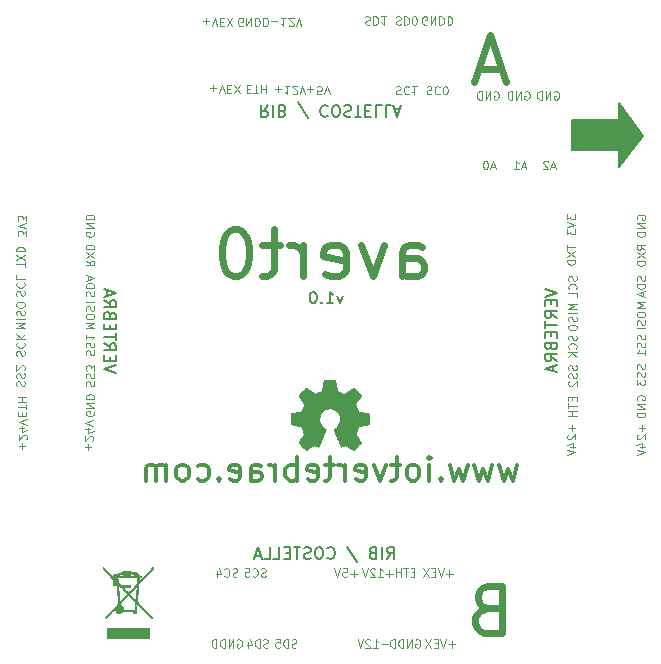
<source format=gbr>
%TF.GenerationSoftware,KiCad,Pcbnew,6.0.11+dfsg-1~bpo11+1*%
%TF.CreationDate,2023-04-06T12:14:25+02:00*%
%TF.ProjectId,avert_10,61766572-745f-4313-902e-6b696361645f,1.0*%
%TF.SameCoordinates,Original*%
%TF.FileFunction,Legend,Bot*%
%TF.FilePolarity,Positive*%
%FSLAX46Y46*%
G04 Gerber Fmt 4.6, Leading zero omitted, Abs format (unit mm)*
G04 Created by KiCad (PCBNEW 6.0.11+dfsg-1~bpo11+1) date 2023-04-06 12:14:25*
%MOMM*%
%LPD*%
G01*
G04 APERTURE LIST*
%ADD10C,0.150000*%
%ADD11C,0.110000*%
%ADD12C,0.120000*%
%ADD13C,0.600000*%
%ADD14C,0.300000*%
%ADD15C,0.010000*%
G04 APERTURE END LIST*
D10*
G36*
X169430000Y-82010000D02*
G01*
X167430000Y-84610000D01*
X167430000Y-83210000D01*
X163430000Y-83210000D01*
X163430000Y-80610000D01*
X167430000Y-80610000D01*
X167430000Y-79210000D01*
X169430000Y-82010000D01*
G37*
X169430000Y-82010000D02*
X167430000Y-84610000D01*
X167430000Y-83210000D01*
X163430000Y-83210000D01*
X163430000Y-80610000D01*
X167430000Y-80610000D01*
X167430000Y-79210000D01*
X169430000Y-82010000D01*
D11*
X116416666Y-95533333D02*
X116383333Y-95433333D01*
X116383333Y-95266666D01*
X116416666Y-95200000D01*
X116450000Y-95166666D01*
X116516666Y-95133333D01*
X116583333Y-95133333D01*
X116650000Y-95166666D01*
X116683333Y-95200000D01*
X116716666Y-95266666D01*
X116750000Y-95400000D01*
X116783333Y-95466666D01*
X116816666Y-95500000D01*
X116883333Y-95533333D01*
X116950000Y-95533333D01*
X117016666Y-95500000D01*
X117050000Y-95466666D01*
X117083333Y-95400000D01*
X117083333Y-95233333D01*
X117050000Y-95133333D01*
X116450000Y-94433333D02*
X116416666Y-94466666D01*
X116383333Y-94566666D01*
X116383333Y-94633333D01*
X116416666Y-94733333D01*
X116483333Y-94800000D01*
X116550000Y-94833333D01*
X116683333Y-94866666D01*
X116783333Y-94866666D01*
X116916666Y-94833333D01*
X116983333Y-94800000D01*
X117050000Y-94733333D01*
X117083333Y-94633333D01*
X117083333Y-94566666D01*
X117050000Y-94466666D01*
X117016666Y-94433333D01*
X116383333Y-93800000D02*
X116383333Y-94133333D01*
X117083333Y-94133333D01*
D10*
X144038571Y-95515714D02*
X143800476Y-96182380D01*
X143562380Y-95515714D01*
X142657619Y-96182380D02*
X143229047Y-96182380D01*
X142943333Y-96182380D02*
X142943333Y-95182380D01*
X143038571Y-95325238D01*
X143133809Y-95420476D01*
X143229047Y-95468095D01*
X142229047Y-96087142D02*
X142181428Y-96134761D01*
X142229047Y-96182380D01*
X142276666Y-96134761D01*
X142229047Y-96087142D01*
X142229047Y-96182380D01*
X141562380Y-95182380D02*
X141467142Y-95182380D01*
X141371904Y-95230000D01*
X141324285Y-95277619D01*
X141276666Y-95372857D01*
X141229047Y-95563333D01*
X141229047Y-95801428D01*
X141276666Y-95991904D01*
X141324285Y-96087142D01*
X141371904Y-96134761D01*
X141467142Y-96182380D01*
X141562380Y-96182380D01*
X141657619Y-96134761D01*
X141705238Y-96087142D01*
X141752857Y-95991904D01*
X141800476Y-95801428D01*
X141800476Y-95563333D01*
X141752857Y-95372857D01*
X141705238Y-95277619D01*
X141657619Y-95230000D01*
X141562380Y-95182380D01*
D11*
X116383333Y-98300000D02*
X117083333Y-98300000D01*
X116583333Y-98066666D01*
X117083333Y-97833333D01*
X116383333Y-97833333D01*
X116383333Y-97500000D02*
X117083333Y-97500000D01*
X116416666Y-97200000D02*
X116383333Y-97100000D01*
X116383333Y-96933333D01*
X116416666Y-96866666D01*
X116450000Y-96833333D01*
X116516666Y-96800000D01*
X116583333Y-96800000D01*
X116650000Y-96833333D01*
X116683333Y-96866666D01*
X116716666Y-96933333D01*
X116750000Y-97066666D01*
X116783333Y-97133333D01*
X116816666Y-97166666D01*
X116883333Y-97200000D01*
X116950000Y-97200000D01*
X117016666Y-97166666D01*
X117050000Y-97133333D01*
X117083333Y-97066666D01*
X117083333Y-96900000D01*
X117050000Y-96800000D01*
X117083333Y-96366666D02*
X117083333Y-96233333D01*
X117050000Y-96166666D01*
X116983333Y-96100000D01*
X116850000Y-96066666D01*
X116616666Y-96066666D01*
X116483333Y-96100000D01*
X116416666Y-96166666D01*
X116383333Y-96233333D01*
X116383333Y-96366666D01*
X116416666Y-96433333D01*
X116483333Y-96500000D01*
X116616666Y-96533333D01*
X116850000Y-96533333D01*
X116983333Y-96500000D01*
X117050000Y-96433333D01*
X117083333Y-96366666D01*
X138266666Y-78050000D02*
X138800000Y-78050000D01*
X138533333Y-77783333D02*
X138533333Y-78316666D01*
X139500000Y-77783333D02*
X139100000Y-77783333D01*
X139300000Y-77783333D02*
X139300000Y-78483333D01*
X139233333Y-78383333D01*
X139166666Y-78316666D01*
X139100000Y-78283333D01*
X139766666Y-78416666D02*
X139800000Y-78450000D01*
X139866666Y-78483333D01*
X140033333Y-78483333D01*
X140100000Y-78450000D01*
X140133333Y-78416666D01*
X140166666Y-78350000D01*
X140166666Y-78283333D01*
X140133333Y-78183333D01*
X139733333Y-77783333D01*
X140166666Y-77783333D01*
X140366666Y-78483333D02*
X140600000Y-77783333D01*
X140833333Y-78483333D01*
X135916666Y-78050000D02*
X136150000Y-78050000D01*
X136250000Y-77683333D02*
X135916666Y-77683333D01*
X135916666Y-78383333D01*
X136250000Y-78383333D01*
X136450000Y-78383333D02*
X136850000Y-78383333D01*
X136650000Y-77683333D02*
X136650000Y-78383333D01*
X137083333Y-77683333D02*
X137083333Y-78383333D01*
X137083333Y-78050000D02*
X137483333Y-78050000D01*
X137483333Y-77683333D02*
X137483333Y-78383333D01*
X163783333Y-101433333D02*
X163816666Y-101533333D01*
X163816666Y-101700000D01*
X163783333Y-101766666D01*
X163750000Y-101800000D01*
X163683333Y-101833333D01*
X163616666Y-101833333D01*
X163550000Y-101800000D01*
X163516666Y-101766666D01*
X163483333Y-101700000D01*
X163450000Y-101566666D01*
X163416666Y-101500000D01*
X163383333Y-101466666D01*
X163316666Y-101433333D01*
X163250000Y-101433333D01*
X163183333Y-101466666D01*
X163150000Y-101500000D01*
X163116666Y-101566666D01*
X163116666Y-101733333D01*
X163150000Y-101833333D01*
X163783333Y-102100000D02*
X163816666Y-102200000D01*
X163816666Y-102366666D01*
X163783333Y-102433333D01*
X163750000Y-102466666D01*
X163683333Y-102500000D01*
X163616666Y-102500000D01*
X163550000Y-102466666D01*
X163516666Y-102433333D01*
X163483333Y-102366666D01*
X163450000Y-102233333D01*
X163416666Y-102166666D01*
X163383333Y-102133333D01*
X163316666Y-102100000D01*
X163250000Y-102100000D01*
X163183333Y-102133333D01*
X163150000Y-102166666D01*
X163116666Y-102233333D01*
X163116666Y-102400000D01*
X163150000Y-102500000D01*
X163183333Y-102766666D02*
X163150000Y-102800000D01*
X163116666Y-102866666D01*
X163116666Y-103033333D01*
X163150000Y-103100000D01*
X163183333Y-103133333D01*
X163250000Y-103166666D01*
X163316666Y-103166666D01*
X163416666Y-103133333D01*
X163816666Y-102733333D01*
X163816666Y-103166666D01*
X163816666Y-96200000D02*
X163116666Y-96200000D01*
X163616666Y-96433333D01*
X163116666Y-96666666D01*
X163816666Y-96666666D01*
X163816666Y-97000000D02*
X163116666Y-97000000D01*
X163783333Y-97300000D02*
X163816666Y-97400000D01*
X163816666Y-97566666D01*
X163783333Y-97633333D01*
X163750000Y-97666666D01*
X163683333Y-97700000D01*
X163616666Y-97700000D01*
X163550000Y-97666666D01*
X163516666Y-97633333D01*
X163483333Y-97566666D01*
X163450000Y-97433333D01*
X163416666Y-97366666D01*
X163383333Y-97333333D01*
X163316666Y-97300000D01*
X163250000Y-97300000D01*
X163183333Y-97333333D01*
X163150000Y-97366666D01*
X163116666Y-97433333D01*
X163116666Y-97600000D01*
X163150000Y-97700000D01*
X163116666Y-98133333D02*
X163116666Y-98266666D01*
X163150000Y-98333333D01*
X163216666Y-98400000D01*
X163350000Y-98433333D01*
X163583333Y-98433333D01*
X163716666Y-98400000D01*
X163783333Y-98333333D01*
X163816666Y-98266666D01*
X163816666Y-98133333D01*
X163783333Y-98066666D01*
X163716666Y-98000000D01*
X163583333Y-97966666D01*
X163350000Y-97966666D01*
X163216666Y-98000000D01*
X163150000Y-98066666D01*
X163116666Y-98133333D01*
X163016666Y-91216666D02*
X163016666Y-91616666D01*
X163716666Y-91416666D02*
X163016666Y-91416666D01*
X163016666Y-91783333D02*
X163716666Y-92250000D01*
X163016666Y-92250000D02*
X163716666Y-91783333D01*
X163716666Y-92516666D02*
X163016666Y-92516666D01*
X163016666Y-92683333D01*
X163050000Y-92783333D01*
X163116666Y-92850000D01*
X163183333Y-92883333D01*
X163316666Y-92916666D01*
X163416666Y-92916666D01*
X163550000Y-92883333D01*
X163616666Y-92850000D01*
X163683333Y-92783333D01*
X163716666Y-92683333D01*
X163716666Y-92516666D01*
D10*
X161142380Y-94932380D02*
X162142380Y-95265714D01*
X161142380Y-95599047D01*
X161618571Y-95932380D02*
X161618571Y-96265714D01*
X162142380Y-96408571D02*
X162142380Y-95932380D01*
X161142380Y-95932380D01*
X161142380Y-96408571D01*
X162142380Y-97408571D02*
X161666190Y-97075238D01*
X162142380Y-96837142D02*
X161142380Y-96837142D01*
X161142380Y-97218095D01*
X161190000Y-97313333D01*
X161237619Y-97360952D01*
X161332857Y-97408571D01*
X161475714Y-97408571D01*
X161570952Y-97360952D01*
X161618571Y-97313333D01*
X161666190Y-97218095D01*
X161666190Y-96837142D01*
X161142380Y-97694285D02*
X161142380Y-98265714D01*
X162142380Y-97980000D02*
X161142380Y-97980000D01*
X161618571Y-98599047D02*
X161618571Y-98932380D01*
X162142380Y-99075238D02*
X162142380Y-98599047D01*
X161142380Y-98599047D01*
X161142380Y-99075238D01*
X161618571Y-99837142D02*
X161666190Y-99980000D01*
X161713809Y-100027619D01*
X161809047Y-100075238D01*
X161951904Y-100075238D01*
X162047142Y-100027619D01*
X162094761Y-99980000D01*
X162142380Y-99884761D01*
X162142380Y-99503809D01*
X161142380Y-99503809D01*
X161142380Y-99837142D01*
X161190000Y-99932380D01*
X161237619Y-99980000D01*
X161332857Y-100027619D01*
X161428095Y-100027619D01*
X161523333Y-99980000D01*
X161570952Y-99932380D01*
X161618571Y-99837142D01*
X161618571Y-99503809D01*
X162142380Y-101075238D02*
X161666190Y-100741904D01*
X162142380Y-100503809D02*
X161142380Y-100503809D01*
X161142380Y-100884761D01*
X161190000Y-100980000D01*
X161237619Y-101027619D01*
X161332857Y-101075238D01*
X161475714Y-101075238D01*
X161570952Y-101027619D01*
X161618571Y-100980000D01*
X161666190Y-100884761D01*
X161666190Y-100503809D01*
X161856666Y-101456190D02*
X161856666Y-101932380D01*
X162142380Y-101360952D02*
X161142380Y-101694285D01*
X162142380Y-102027619D01*
D12*
X156833333Y-78250000D02*
X156900000Y-78216666D01*
X157000000Y-78216666D01*
X157100000Y-78250000D01*
X157166666Y-78316666D01*
X157200000Y-78383333D01*
X157233333Y-78516666D01*
X157233333Y-78616666D01*
X157200000Y-78750000D01*
X157166666Y-78816666D01*
X157100000Y-78883333D01*
X157000000Y-78916666D01*
X156933333Y-78916666D01*
X156833333Y-78883333D01*
X156800000Y-78850000D01*
X156800000Y-78616666D01*
X156933333Y-78616666D01*
X156500000Y-78916666D02*
X156500000Y-78216666D01*
X156100000Y-78916666D01*
X156100000Y-78216666D01*
X155766666Y-78916666D02*
X155766666Y-78216666D01*
X155600000Y-78216666D01*
X155500000Y-78250000D01*
X155433333Y-78316666D01*
X155400000Y-78383333D01*
X155366666Y-78516666D01*
X155366666Y-78616666D01*
X155400000Y-78750000D01*
X155433333Y-78816666D01*
X155500000Y-78883333D01*
X155600000Y-78916666D01*
X155766666Y-78916666D01*
D11*
X148233333Y-119050000D02*
X147700000Y-119050000D01*
X147966666Y-119316666D02*
X147966666Y-118783333D01*
X147000000Y-119316666D02*
X147400000Y-119316666D01*
X147200000Y-119316666D02*
X147200000Y-118616666D01*
X147266666Y-118716666D01*
X147333333Y-118783333D01*
X147400000Y-118816666D01*
X146733333Y-118683333D02*
X146700000Y-118650000D01*
X146633333Y-118616666D01*
X146466666Y-118616666D01*
X146400000Y-118650000D01*
X146366666Y-118683333D01*
X146333333Y-118750000D01*
X146333333Y-118816666D01*
X146366666Y-118916666D01*
X146766666Y-119316666D01*
X146333333Y-119316666D01*
X146133333Y-118616666D02*
X145900000Y-119316666D01*
X145666666Y-118616666D01*
X122283333Y-92566666D02*
X122616666Y-92800000D01*
X122283333Y-92966666D02*
X122983333Y-92966666D01*
X122983333Y-92700000D01*
X122950000Y-92633333D01*
X122916666Y-92600000D01*
X122850000Y-92566666D01*
X122750000Y-92566666D01*
X122683333Y-92600000D01*
X122650000Y-92633333D01*
X122616666Y-92700000D01*
X122616666Y-92966666D01*
X122983333Y-92333333D02*
X122283333Y-91866666D01*
X122983333Y-91866666D02*
X122283333Y-92333333D01*
X122283333Y-91600000D02*
X122983333Y-91600000D01*
X122983333Y-91433333D01*
X122950000Y-91333333D01*
X122883333Y-91266666D01*
X122816666Y-91233333D01*
X122683333Y-91200000D01*
X122583333Y-91200000D01*
X122450000Y-91233333D01*
X122383333Y-91266666D01*
X122316666Y-91333333D01*
X122283333Y-91433333D01*
X122283333Y-91600000D01*
X140083333Y-125283333D02*
X139983333Y-125316666D01*
X139816666Y-125316666D01*
X139750000Y-125283333D01*
X139716666Y-125250000D01*
X139683333Y-125183333D01*
X139683333Y-125116666D01*
X139716666Y-125050000D01*
X139750000Y-125016666D01*
X139816666Y-124983333D01*
X139950000Y-124950000D01*
X140016666Y-124916666D01*
X140050000Y-124883333D01*
X140083333Y-124816666D01*
X140083333Y-124750000D01*
X140050000Y-124683333D01*
X140016666Y-124650000D01*
X139950000Y-124616666D01*
X139783333Y-124616666D01*
X139683333Y-124650000D01*
X139383333Y-125316666D02*
X139383333Y-124616666D01*
X139216666Y-124616666D01*
X139116666Y-124650000D01*
X139050000Y-124716666D01*
X139016666Y-124783333D01*
X138983333Y-124916666D01*
X138983333Y-125016666D01*
X139016666Y-125150000D01*
X139050000Y-125216666D01*
X139116666Y-125283333D01*
X139216666Y-125316666D01*
X139383333Y-125316666D01*
X138350000Y-124616666D02*
X138683333Y-124616666D01*
X138716666Y-124950000D01*
X138683333Y-124916666D01*
X138616666Y-124883333D01*
X138450000Y-124883333D01*
X138383333Y-124916666D01*
X138350000Y-124950000D01*
X138316666Y-125016666D01*
X138316666Y-125183333D01*
X138350000Y-125250000D01*
X138383333Y-125283333D01*
X138450000Y-125316666D01*
X138616666Y-125316666D01*
X138683333Y-125283333D01*
X138716666Y-125250000D01*
X150083333Y-118950000D02*
X149850000Y-118950000D01*
X149750000Y-119316666D02*
X150083333Y-119316666D01*
X150083333Y-118616666D01*
X149750000Y-118616666D01*
X149550000Y-118616666D02*
X149150000Y-118616666D01*
X149350000Y-119316666D02*
X149350000Y-118616666D01*
X148916666Y-119316666D02*
X148916666Y-118616666D01*
X148916666Y-118950000D02*
X148516666Y-118950000D01*
X148516666Y-119316666D02*
X148516666Y-118616666D01*
X122316666Y-100566666D02*
X122283333Y-100466666D01*
X122283333Y-100300000D01*
X122316666Y-100233333D01*
X122350000Y-100200000D01*
X122416666Y-100166666D01*
X122483333Y-100166666D01*
X122550000Y-100200000D01*
X122583333Y-100233333D01*
X122616666Y-100300000D01*
X122650000Y-100433333D01*
X122683333Y-100500000D01*
X122716666Y-100533333D01*
X122783333Y-100566666D01*
X122850000Y-100566666D01*
X122916666Y-100533333D01*
X122950000Y-100500000D01*
X122983333Y-100433333D01*
X122983333Y-100266666D01*
X122950000Y-100166666D01*
X122316666Y-99900000D02*
X122283333Y-99800000D01*
X122283333Y-99633333D01*
X122316666Y-99566666D01*
X122350000Y-99533333D01*
X122416666Y-99500000D01*
X122483333Y-99500000D01*
X122550000Y-99533333D01*
X122583333Y-99566666D01*
X122616666Y-99633333D01*
X122650000Y-99766666D01*
X122683333Y-99833333D01*
X122716666Y-99866666D01*
X122783333Y-99900000D01*
X122850000Y-99900000D01*
X122916666Y-99866666D01*
X122950000Y-99833333D01*
X122983333Y-99766666D01*
X122983333Y-99600000D01*
X122950000Y-99500000D01*
X122283333Y-98833333D02*
X122283333Y-99233333D01*
X122283333Y-99033333D02*
X122983333Y-99033333D01*
X122883333Y-99100000D01*
X122816666Y-99166666D01*
X122783333Y-99233333D01*
X137946666Y-72280000D02*
X138480000Y-72280000D01*
X139180000Y-72013333D02*
X138780000Y-72013333D01*
X138980000Y-72013333D02*
X138980000Y-72713333D01*
X138913333Y-72613333D01*
X138846666Y-72546666D01*
X138780000Y-72513333D01*
X139446666Y-72646666D02*
X139480000Y-72680000D01*
X139546666Y-72713333D01*
X139713333Y-72713333D01*
X139780000Y-72680000D01*
X139813333Y-72646666D01*
X139846666Y-72580000D01*
X139846666Y-72513333D01*
X139813333Y-72413333D01*
X139413333Y-72013333D01*
X139846666Y-72013333D01*
X140046666Y-72713333D02*
X140280000Y-72013333D01*
X140513333Y-72713333D01*
D10*
X137684285Y-79397619D02*
X137350952Y-79873809D01*
X137112857Y-79397619D02*
X137112857Y-80397619D01*
X137493809Y-80397619D01*
X137589047Y-80350000D01*
X137636666Y-80302380D01*
X137684285Y-80207142D01*
X137684285Y-80064285D01*
X137636666Y-79969047D01*
X137589047Y-79921428D01*
X137493809Y-79873809D01*
X137112857Y-79873809D01*
X138112857Y-79397619D02*
X138112857Y-80397619D01*
X138922380Y-79921428D02*
X139065238Y-79873809D01*
X139112857Y-79826190D01*
X139160476Y-79730952D01*
X139160476Y-79588095D01*
X139112857Y-79492857D01*
X139065238Y-79445238D01*
X138970000Y-79397619D01*
X138589047Y-79397619D01*
X138589047Y-80397619D01*
X138922380Y-80397619D01*
X139017619Y-80350000D01*
X139065238Y-80302380D01*
X139112857Y-80207142D01*
X139112857Y-80111904D01*
X139065238Y-80016666D01*
X139017619Y-79969047D01*
X138922380Y-79921428D01*
X138589047Y-79921428D01*
X141065238Y-80445238D02*
X140208095Y-79159523D01*
X142731904Y-79492857D02*
X142684285Y-79445238D01*
X142541428Y-79397619D01*
X142446190Y-79397619D01*
X142303333Y-79445238D01*
X142208095Y-79540476D01*
X142160476Y-79635714D01*
X142112857Y-79826190D01*
X142112857Y-79969047D01*
X142160476Y-80159523D01*
X142208095Y-80254761D01*
X142303333Y-80350000D01*
X142446190Y-80397619D01*
X142541428Y-80397619D01*
X142684285Y-80350000D01*
X142731904Y-80302380D01*
X143350952Y-80397619D02*
X143541428Y-80397619D01*
X143636666Y-80350000D01*
X143731904Y-80254761D01*
X143779523Y-80064285D01*
X143779523Y-79730952D01*
X143731904Y-79540476D01*
X143636666Y-79445238D01*
X143541428Y-79397619D01*
X143350952Y-79397619D01*
X143255714Y-79445238D01*
X143160476Y-79540476D01*
X143112857Y-79730952D01*
X143112857Y-80064285D01*
X143160476Y-80254761D01*
X143255714Y-80350000D01*
X143350952Y-80397619D01*
X144160476Y-79445238D02*
X144303333Y-79397619D01*
X144541428Y-79397619D01*
X144636666Y-79445238D01*
X144684285Y-79492857D01*
X144731904Y-79588095D01*
X144731904Y-79683333D01*
X144684285Y-79778571D01*
X144636666Y-79826190D01*
X144541428Y-79873809D01*
X144350952Y-79921428D01*
X144255714Y-79969047D01*
X144208095Y-80016666D01*
X144160476Y-80111904D01*
X144160476Y-80207142D01*
X144208095Y-80302380D01*
X144255714Y-80350000D01*
X144350952Y-80397619D01*
X144589047Y-80397619D01*
X144731904Y-80350000D01*
X145017619Y-80397619D02*
X145589047Y-80397619D01*
X145303333Y-79397619D02*
X145303333Y-80397619D01*
X145922380Y-79921428D02*
X146255714Y-79921428D01*
X146398571Y-79397619D02*
X145922380Y-79397619D01*
X145922380Y-80397619D01*
X146398571Y-80397619D01*
X147303333Y-79397619D02*
X146827142Y-79397619D01*
X146827142Y-80397619D01*
X148112857Y-79397619D02*
X147636666Y-79397619D01*
X147636666Y-80397619D01*
X148398571Y-79683333D02*
X148874761Y-79683333D01*
X148303333Y-79397619D02*
X148636666Y-80397619D01*
X148970000Y-79397619D01*
D11*
X151116666Y-72550000D02*
X151050000Y-72583333D01*
X150950000Y-72583333D01*
X150850000Y-72550000D01*
X150783333Y-72483333D01*
X150750000Y-72416666D01*
X150716666Y-72283333D01*
X150716666Y-72183333D01*
X150750000Y-72050000D01*
X150783333Y-71983333D01*
X150850000Y-71916666D01*
X150950000Y-71883333D01*
X151016666Y-71883333D01*
X151116666Y-71916666D01*
X151150000Y-71950000D01*
X151150000Y-72183333D01*
X151016666Y-72183333D01*
X151450000Y-71883333D02*
X151450000Y-72583333D01*
X151850000Y-71883333D01*
X151850000Y-72583333D01*
X152183333Y-71883333D02*
X152183333Y-72583333D01*
X152350000Y-72583333D01*
X152450000Y-72550000D01*
X152516666Y-72483333D01*
X152550000Y-72416666D01*
X152583333Y-72283333D01*
X152583333Y-72183333D01*
X152550000Y-72050000D01*
X152516666Y-71983333D01*
X152450000Y-71916666D01*
X152350000Y-71883333D01*
X152183333Y-71883333D01*
X152883333Y-71883333D02*
X152883333Y-72583333D01*
X153050000Y-72583333D01*
X153150000Y-72550000D01*
X153216666Y-72483333D01*
X153250000Y-72416666D01*
X153283333Y-72283333D01*
X153283333Y-72183333D01*
X153250000Y-72050000D01*
X153216666Y-71983333D01*
X153150000Y-71916666D01*
X153050000Y-71883333D01*
X152883333Y-71883333D01*
D12*
X162000000Y-84616666D02*
X161666666Y-84616666D01*
X162066666Y-84816666D02*
X161833333Y-84116666D01*
X161600000Y-84816666D01*
X161400000Y-84183333D02*
X161366666Y-84150000D01*
X161300000Y-84116666D01*
X161133333Y-84116666D01*
X161066666Y-84150000D01*
X161033333Y-84183333D01*
X161000000Y-84250000D01*
X161000000Y-84316666D01*
X161033333Y-84416666D01*
X161433333Y-84816666D01*
X161000000Y-84816666D01*
D11*
X153316666Y-119050000D02*
X152783333Y-119050000D01*
X153050000Y-119316666D02*
X153050000Y-118783333D01*
X152550000Y-118616666D02*
X152316666Y-119316666D01*
X152083333Y-118616666D01*
X151850000Y-118950000D02*
X151616666Y-118950000D01*
X151516666Y-119316666D02*
X151850000Y-119316666D01*
X151850000Y-118616666D01*
X151516666Y-118616666D01*
X151283333Y-118616666D02*
X150816666Y-119316666D01*
X150816666Y-118616666D02*
X151283333Y-119316666D01*
X168950000Y-89066666D02*
X168916666Y-89000000D01*
X168916666Y-88900000D01*
X168950000Y-88800000D01*
X169016666Y-88733333D01*
X169083333Y-88700000D01*
X169216666Y-88666666D01*
X169316666Y-88666666D01*
X169450000Y-88700000D01*
X169516666Y-88733333D01*
X169583333Y-88800000D01*
X169616666Y-88900000D01*
X169616666Y-88966666D01*
X169583333Y-89066666D01*
X169550000Y-89100000D01*
X169316666Y-89100000D01*
X169316666Y-88966666D01*
X169616666Y-89400000D02*
X168916666Y-89400000D01*
X169616666Y-89800000D01*
X168916666Y-89800000D01*
X169616666Y-90133333D02*
X168916666Y-90133333D01*
X168916666Y-90300000D01*
X168950000Y-90400000D01*
X169016666Y-90466666D01*
X169083333Y-90500000D01*
X169216666Y-90533333D01*
X169316666Y-90533333D01*
X169450000Y-90500000D01*
X169516666Y-90466666D01*
X169583333Y-90400000D01*
X169616666Y-90300000D01*
X169616666Y-90133333D01*
X116850000Y-105683333D02*
X116850000Y-105450000D01*
X116483333Y-105350000D02*
X116483333Y-105683333D01*
X117183333Y-105683333D01*
X117183333Y-105350000D01*
X117183333Y-105150000D02*
X117183333Y-104750000D01*
X116483333Y-104950000D02*
X117183333Y-104950000D01*
X116483333Y-104516666D02*
X117183333Y-104516666D01*
X116850000Y-104516666D02*
X116850000Y-104116666D01*
X116483333Y-104116666D02*
X117183333Y-104116666D01*
X169583333Y-98833333D02*
X169616666Y-98933333D01*
X169616666Y-99100000D01*
X169583333Y-99166666D01*
X169550000Y-99200000D01*
X169483333Y-99233333D01*
X169416666Y-99233333D01*
X169350000Y-99200000D01*
X169316666Y-99166666D01*
X169283333Y-99100000D01*
X169250000Y-98966666D01*
X169216666Y-98900000D01*
X169183333Y-98866666D01*
X169116666Y-98833333D01*
X169050000Y-98833333D01*
X168983333Y-98866666D01*
X168950000Y-98900000D01*
X168916666Y-98966666D01*
X168916666Y-99133333D01*
X168950000Y-99233333D01*
X169583333Y-99500000D02*
X169616666Y-99600000D01*
X169616666Y-99766666D01*
X169583333Y-99833333D01*
X169550000Y-99866666D01*
X169483333Y-99900000D01*
X169416666Y-99900000D01*
X169350000Y-99866666D01*
X169316666Y-99833333D01*
X169283333Y-99766666D01*
X169250000Y-99633333D01*
X169216666Y-99566666D01*
X169183333Y-99533333D01*
X169116666Y-99500000D01*
X169050000Y-99500000D01*
X168983333Y-99533333D01*
X168950000Y-99566666D01*
X168916666Y-99633333D01*
X168916666Y-99800000D01*
X168950000Y-99900000D01*
X169616666Y-100566666D02*
X169616666Y-100166666D01*
X169616666Y-100366666D02*
X168916666Y-100366666D01*
X169016666Y-100300000D01*
X169083333Y-100233333D01*
X169116666Y-100166666D01*
X132783333Y-77950000D02*
X133316666Y-77950000D01*
X133050000Y-77683333D02*
X133050000Y-78216666D01*
X133550000Y-78383333D02*
X133783333Y-77683333D01*
X134016666Y-78383333D01*
X134250000Y-78050000D02*
X134483333Y-78050000D01*
X134583333Y-77683333D02*
X134250000Y-77683333D01*
X134250000Y-78383333D01*
X134583333Y-78383333D01*
X134816666Y-78383333D02*
X135283333Y-77683333D01*
X135283333Y-78383333D02*
X134816666Y-77683333D01*
D12*
X159500000Y-84616666D02*
X159166666Y-84616666D01*
X159566666Y-84816666D02*
X159333333Y-84116666D01*
X159100000Y-84816666D01*
X158500000Y-84816666D02*
X158900000Y-84816666D01*
X158700000Y-84816666D02*
X158700000Y-84116666D01*
X158766666Y-84216666D01*
X158833333Y-84283333D01*
X158900000Y-84316666D01*
D11*
X169616666Y-91633333D02*
X169283333Y-91400000D01*
X169616666Y-91233333D02*
X168916666Y-91233333D01*
X168916666Y-91500000D01*
X168950000Y-91566666D01*
X168983333Y-91600000D01*
X169050000Y-91633333D01*
X169150000Y-91633333D01*
X169216666Y-91600000D01*
X169250000Y-91566666D01*
X169283333Y-91500000D01*
X169283333Y-91233333D01*
X168916666Y-91866666D02*
X169616666Y-92333333D01*
X168916666Y-92333333D02*
X169616666Y-91866666D01*
X169616666Y-92600000D02*
X168916666Y-92600000D01*
X168916666Y-92766666D01*
X168950000Y-92866666D01*
X169016666Y-92933333D01*
X169083333Y-92966666D01*
X169216666Y-93000000D01*
X169316666Y-93000000D01*
X169450000Y-92966666D01*
X169516666Y-92933333D01*
X169583333Y-92866666D01*
X169616666Y-92766666D01*
X169616666Y-92600000D01*
X116416666Y-103166666D02*
X116383333Y-103066666D01*
X116383333Y-102900000D01*
X116416666Y-102833333D01*
X116450000Y-102800000D01*
X116516666Y-102766666D01*
X116583333Y-102766666D01*
X116650000Y-102800000D01*
X116683333Y-102833333D01*
X116716666Y-102900000D01*
X116750000Y-103033333D01*
X116783333Y-103100000D01*
X116816666Y-103133333D01*
X116883333Y-103166666D01*
X116950000Y-103166666D01*
X117016666Y-103133333D01*
X117050000Y-103100000D01*
X117083333Y-103033333D01*
X117083333Y-102866666D01*
X117050000Y-102766666D01*
X116416666Y-102500000D02*
X116383333Y-102400000D01*
X116383333Y-102233333D01*
X116416666Y-102166666D01*
X116450000Y-102133333D01*
X116516666Y-102100000D01*
X116583333Y-102100000D01*
X116650000Y-102133333D01*
X116683333Y-102166666D01*
X116716666Y-102233333D01*
X116750000Y-102366666D01*
X116783333Y-102433333D01*
X116816666Y-102466666D01*
X116883333Y-102500000D01*
X116950000Y-102500000D01*
X117016666Y-102466666D01*
X117050000Y-102433333D01*
X117083333Y-102366666D01*
X117083333Y-102200000D01*
X117050000Y-102100000D01*
X117016666Y-101833333D02*
X117050000Y-101800000D01*
X117083333Y-101733333D01*
X117083333Y-101566666D01*
X117050000Y-101500000D01*
X117016666Y-101466666D01*
X116950000Y-101433333D01*
X116883333Y-101433333D01*
X116783333Y-101466666D01*
X116383333Y-101866666D01*
X116383333Y-101433333D01*
X135083333Y-124650000D02*
X135150000Y-124616666D01*
X135250000Y-124616666D01*
X135350000Y-124650000D01*
X135416666Y-124716666D01*
X135450000Y-124783333D01*
X135483333Y-124916666D01*
X135483333Y-125016666D01*
X135450000Y-125150000D01*
X135416666Y-125216666D01*
X135350000Y-125283333D01*
X135250000Y-125316666D01*
X135183333Y-125316666D01*
X135083333Y-125283333D01*
X135050000Y-125250000D01*
X135050000Y-125016666D01*
X135183333Y-125016666D01*
X134750000Y-125316666D02*
X134750000Y-124616666D01*
X134350000Y-125316666D01*
X134350000Y-124616666D01*
X134016666Y-125316666D02*
X134016666Y-124616666D01*
X133850000Y-124616666D01*
X133750000Y-124650000D01*
X133683333Y-124716666D01*
X133650000Y-124783333D01*
X133616666Y-124916666D01*
X133616666Y-125016666D01*
X133650000Y-125150000D01*
X133683333Y-125216666D01*
X133750000Y-125283333D01*
X133850000Y-125316666D01*
X134016666Y-125316666D01*
X133316666Y-125316666D02*
X133316666Y-124616666D01*
X133150000Y-124616666D01*
X133050000Y-124650000D01*
X132983333Y-124716666D01*
X132950000Y-124783333D01*
X132916666Y-124916666D01*
X132916666Y-125016666D01*
X132950000Y-125150000D01*
X132983333Y-125216666D01*
X133050000Y-125283333D01*
X133150000Y-125316666D01*
X133316666Y-125316666D01*
X117183333Y-90466666D02*
X117183333Y-90033333D01*
X116916666Y-90266666D01*
X116916666Y-90166666D01*
X116883333Y-90100000D01*
X116850000Y-90066666D01*
X116783333Y-90033333D01*
X116616666Y-90033333D01*
X116550000Y-90066666D01*
X116516666Y-90100000D01*
X116483333Y-90166666D01*
X116483333Y-90366666D01*
X116516666Y-90433333D01*
X116550000Y-90466666D01*
X117183333Y-89833333D02*
X116483333Y-89600000D01*
X117183333Y-89366666D01*
X117183333Y-89200000D02*
X117183333Y-88766666D01*
X116916666Y-89000000D01*
X116916666Y-88900000D01*
X116883333Y-88833333D01*
X116850000Y-88800000D01*
X116783333Y-88766666D01*
X116616666Y-88766666D01*
X116550000Y-88800000D01*
X116516666Y-88833333D01*
X116483333Y-88900000D01*
X116483333Y-89100000D01*
X116516666Y-89166666D01*
X116550000Y-89200000D01*
X163016666Y-88633333D02*
X163016666Y-89066666D01*
X163283333Y-88833333D01*
X163283333Y-88933333D01*
X163316666Y-89000000D01*
X163350000Y-89033333D01*
X163416666Y-89066666D01*
X163583333Y-89066666D01*
X163650000Y-89033333D01*
X163683333Y-89000000D01*
X163716666Y-88933333D01*
X163716666Y-88733333D01*
X163683333Y-88666666D01*
X163650000Y-88633333D01*
X163016666Y-89266666D02*
X163716666Y-89500000D01*
X163016666Y-89733333D01*
X163016666Y-89900000D02*
X163016666Y-90333333D01*
X163283333Y-90100000D01*
X163283333Y-90200000D01*
X163316666Y-90266666D01*
X163350000Y-90300000D01*
X163416666Y-90333333D01*
X163583333Y-90333333D01*
X163650000Y-90300000D01*
X163683333Y-90266666D01*
X163716666Y-90200000D01*
X163716666Y-90000000D01*
X163683333Y-89933333D01*
X163650000Y-89900000D01*
X122450000Y-108633333D02*
X122450000Y-108100000D01*
X122183333Y-108366666D02*
X122716666Y-108366666D01*
X122816666Y-107800000D02*
X122850000Y-107766666D01*
X122883333Y-107700000D01*
X122883333Y-107533333D01*
X122850000Y-107466666D01*
X122816666Y-107433333D01*
X122750000Y-107400000D01*
X122683333Y-107400000D01*
X122583333Y-107433333D01*
X122183333Y-107833333D01*
X122183333Y-107400000D01*
X122650000Y-106800000D02*
X122183333Y-106800000D01*
X122916666Y-106966666D02*
X122416666Y-107133333D01*
X122416666Y-106700000D01*
X122883333Y-106533333D02*
X122183333Y-106300000D01*
X122883333Y-106066666D01*
X150183333Y-124650000D02*
X150250000Y-124616666D01*
X150350000Y-124616666D01*
X150450000Y-124650000D01*
X150516666Y-124716666D01*
X150550000Y-124783333D01*
X150583333Y-124916666D01*
X150583333Y-125016666D01*
X150550000Y-125150000D01*
X150516666Y-125216666D01*
X150450000Y-125283333D01*
X150350000Y-125316666D01*
X150283333Y-125316666D01*
X150183333Y-125283333D01*
X150150000Y-125250000D01*
X150150000Y-125016666D01*
X150283333Y-125016666D01*
X149850000Y-125316666D02*
X149850000Y-124616666D01*
X149450000Y-125316666D01*
X149450000Y-124616666D01*
X149116666Y-125316666D02*
X149116666Y-124616666D01*
X148950000Y-124616666D01*
X148850000Y-124650000D01*
X148783333Y-124716666D01*
X148750000Y-124783333D01*
X148716666Y-124916666D01*
X148716666Y-125016666D01*
X148750000Y-125150000D01*
X148783333Y-125216666D01*
X148850000Y-125283333D01*
X148950000Y-125316666D01*
X149116666Y-125316666D01*
X148416666Y-125316666D02*
X148416666Y-124616666D01*
X148250000Y-124616666D01*
X148150000Y-124650000D01*
X148083333Y-124716666D01*
X148050000Y-124783333D01*
X148016666Y-124916666D01*
X148016666Y-125016666D01*
X148050000Y-125150000D01*
X148083333Y-125216666D01*
X148150000Y-125283333D01*
X148250000Y-125316666D01*
X148416666Y-125316666D01*
X122283333Y-98300000D02*
X122983333Y-98300000D01*
X122483333Y-98066666D01*
X122983333Y-97833333D01*
X122283333Y-97833333D01*
X122983333Y-97366666D02*
X122983333Y-97233333D01*
X122950000Y-97166666D01*
X122883333Y-97100000D01*
X122750000Y-97066666D01*
X122516666Y-97066666D01*
X122383333Y-97100000D01*
X122316666Y-97166666D01*
X122283333Y-97233333D01*
X122283333Y-97366666D01*
X122316666Y-97433333D01*
X122383333Y-97500000D01*
X122516666Y-97533333D01*
X122750000Y-97533333D01*
X122883333Y-97500000D01*
X122950000Y-97433333D01*
X122983333Y-97366666D01*
X122316666Y-96800000D02*
X122283333Y-96700000D01*
X122283333Y-96533333D01*
X122316666Y-96466666D01*
X122350000Y-96433333D01*
X122416666Y-96400000D01*
X122483333Y-96400000D01*
X122550000Y-96433333D01*
X122583333Y-96466666D01*
X122616666Y-96533333D01*
X122650000Y-96666666D01*
X122683333Y-96733333D01*
X122716666Y-96766666D01*
X122783333Y-96800000D01*
X122850000Y-96800000D01*
X122916666Y-96766666D01*
X122950000Y-96733333D01*
X122983333Y-96666666D01*
X122983333Y-96500000D01*
X122950000Y-96400000D01*
X122283333Y-96100000D02*
X122983333Y-96100000D01*
D13*
X157452380Y-76296666D02*
X155547619Y-76296666D01*
X157833333Y-77439523D02*
X156500000Y-73439523D01*
X155166666Y-77439523D01*
D11*
X169583333Y-93850000D02*
X169616666Y-93950000D01*
X169616666Y-94116666D01*
X169583333Y-94183333D01*
X169550000Y-94216666D01*
X169483333Y-94250000D01*
X169416666Y-94250000D01*
X169350000Y-94216666D01*
X169316666Y-94183333D01*
X169283333Y-94116666D01*
X169250000Y-93983333D01*
X169216666Y-93916666D01*
X169183333Y-93883333D01*
X169116666Y-93850000D01*
X169050000Y-93850000D01*
X168983333Y-93883333D01*
X168950000Y-93916666D01*
X168916666Y-93983333D01*
X168916666Y-94150000D01*
X168950000Y-94250000D01*
X169616666Y-94550000D02*
X168916666Y-94550000D01*
X168916666Y-94716666D01*
X168950000Y-94816666D01*
X169016666Y-94883333D01*
X169083333Y-94916666D01*
X169216666Y-94950000D01*
X169316666Y-94950000D01*
X169450000Y-94916666D01*
X169516666Y-94883333D01*
X169583333Y-94816666D01*
X169616666Y-94716666D01*
X169616666Y-94550000D01*
X169416666Y-95216666D02*
X169416666Y-95550000D01*
X169616666Y-95150000D02*
X168916666Y-95383333D01*
X169616666Y-95616666D01*
X117083333Y-93083333D02*
X117083333Y-92683333D01*
X116383333Y-92883333D02*
X117083333Y-92883333D01*
X117083333Y-92516666D02*
X116383333Y-92050000D01*
X117083333Y-92050000D02*
X116383333Y-92516666D01*
X116383333Y-91783333D02*
X117083333Y-91783333D01*
X117083333Y-91616666D01*
X117050000Y-91516666D01*
X116983333Y-91450000D01*
X116916666Y-91416666D01*
X116783333Y-91383333D01*
X116683333Y-91383333D01*
X116550000Y-91416666D01*
X116483333Y-91450000D01*
X116416666Y-91516666D01*
X116383333Y-91616666D01*
X116383333Y-91783333D01*
D13*
X149026666Y-93889523D02*
X149026666Y-91794285D01*
X149217142Y-91413333D01*
X149598095Y-91222857D01*
X150360000Y-91222857D01*
X150740952Y-91413333D01*
X149026666Y-93699047D02*
X149407619Y-93889523D01*
X150360000Y-93889523D01*
X150740952Y-93699047D01*
X150931428Y-93318095D01*
X150931428Y-92937142D01*
X150740952Y-92556190D01*
X150360000Y-92365714D01*
X149407619Y-92365714D01*
X149026666Y-92175238D01*
X147502857Y-91222857D02*
X146550476Y-93889523D01*
X145598095Y-91222857D01*
X142550476Y-93699047D02*
X142931428Y-93889523D01*
X143693333Y-93889523D01*
X144074285Y-93699047D01*
X144264761Y-93318095D01*
X144264761Y-91794285D01*
X144074285Y-91413333D01*
X143693333Y-91222857D01*
X142931428Y-91222857D01*
X142550476Y-91413333D01*
X142360000Y-91794285D01*
X142360000Y-92175238D01*
X144264761Y-92556190D01*
X140645714Y-93889523D02*
X140645714Y-91222857D01*
X140645714Y-91984761D02*
X140455238Y-91603809D01*
X140264761Y-91413333D01*
X139883809Y-91222857D01*
X139502857Y-91222857D01*
X138740952Y-91222857D02*
X137217142Y-91222857D01*
X138169523Y-89889523D02*
X138169523Y-93318095D01*
X137979047Y-93699047D01*
X137598095Y-93889523D01*
X137217142Y-93889523D01*
X135121904Y-89889523D02*
X134740952Y-89889523D01*
X134360000Y-90080000D01*
X134169523Y-90270476D01*
X133979047Y-90651428D01*
X133788571Y-91413333D01*
X133788571Y-92365714D01*
X133979047Y-93127619D01*
X134169523Y-93508571D01*
X134360000Y-93699047D01*
X134740952Y-93889523D01*
X135121904Y-93889523D01*
X135502857Y-93699047D01*
X135693333Y-93508571D01*
X135883809Y-93127619D01*
X136074285Y-92365714D01*
X136074285Y-91413333D01*
X135883809Y-90651428D01*
X135693333Y-90270476D01*
X135502857Y-90080000D01*
X135121904Y-89889523D01*
D12*
X159433333Y-78250000D02*
X159500000Y-78216666D01*
X159600000Y-78216666D01*
X159700000Y-78250000D01*
X159766666Y-78316666D01*
X159800000Y-78383333D01*
X159833333Y-78516666D01*
X159833333Y-78616666D01*
X159800000Y-78750000D01*
X159766666Y-78816666D01*
X159700000Y-78883333D01*
X159600000Y-78916666D01*
X159533333Y-78916666D01*
X159433333Y-78883333D01*
X159400000Y-78850000D01*
X159400000Y-78616666D01*
X159533333Y-78616666D01*
X159100000Y-78916666D02*
X159100000Y-78216666D01*
X158700000Y-78916666D01*
X158700000Y-78216666D01*
X158366666Y-78916666D02*
X158366666Y-78216666D01*
X158200000Y-78216666D01*
X158100000Y-78250000D01*
X158033333Y-78316666D01*
X158000000Y-78383333D01*
X157966666Y-78516666D01*
X157966666Y-78616666D01*
X158000000Y-78750000D01*
X158033333Y-78816666D01*
X158100000Y-78883333D01*
X158200000Y-78916666D01*
X158366666Y-78916666D01*
D11*
X163450000Y-106466666D02*
X163450000Y-107000000D01*
X163716666Y-106733333D02*
X163183333Y-106733333D01*
X163083333Y-107300000D02*
X163050000Y-107333333D01*
X163016666Y-107400000D01*
X163016666Y-107566666D01*
X163050000Y-107633333D01*
X163083333Y-107666666D01*
X163150000Y-107700000D01*
X163216666Y-107700000D01*
X163316666Y-107666666D01*
X163716666Y-107266666D01*
X163716666Y-107700000D01*
X163250000Y-108300000D02*
X163716666Y-108300000D01*
X162983333Y-108133333D02*
X163483333Y-107966666D01*
X163483333Y-108400000D01*
X163016666Y-108566666D02*
X163716666Y-108800000D01*
X163016666Y-109033333D01*
X145916666Y-71916666D02*
X146016666Y-71883333D01*
X146183333Y-71883333D01*
X146250000Y-71916666D01*
X146283333Y-71950000D01*
X146316666Y-72016666D01*
X146316666Y-72083333D01*
X146283333Y-72150000D01*
X146250000Y-72183333D01*
X146183333Y-72216666D01*
X146050000Y-72250000D01*
X145983333Y-72283333D01*
X145950000Y-72316666D01*
X145916666Y-72383333D01*
X145916666Y-72450000D01*
X145950000Y-72516666D01*
X145983333Y-72550000D01*
X146050000Y-72583333D01*
X146216666Y-72583333D01*
X146316666Y-72550000D01*
X146616666Y-71883333D02*
X146616666Y-72583333D01*
X146783333Y-72583333D01*
X146883333Y-72550000D01*
X146950000Y-72483333D01*
X146983333Y-72416666D01*
X147016666Y-72283333D01*
X147016666Y-72183333D01*
X146983333Y-72050000D01*
X146950000Y-71983333D01*
X146883333Y-71916666D01*
X146783333Y-71883333D01*
X146616666Y-71883333D01*
X147683333Y-71883333D02*
X147283333Y-71883333D01*
X147483333Y-71883333D02*
X147483333Y-72583333D01*
X147416666Y-72483333D01*
X147350000Y-72416666D01*
X147283333Y-72383333D01*
X151116666Y-77816666D02*
X151216666Y-77783333D01*
X151383333Y-77783333D01*
X151450000Y-77816666D01*
X151483333Y-77850000D01*
X151516666Y-77916666D01*
X151516666Y-77983333D01*
X151483333Y-78050000D01*
X151450000Y-78083333D01*
X151383333Y-78116666D01*
X151250000Y-78150000D01*
X151183333Y-78183333D01*
X151150000Y-78216666D01*
X151116666Y-78283333D01*
X151116666Y-78350000D01*
X151150000Y-78416666D01*
X151183333Y-78450000D01*
X151250000Y-78483333D01*
X151416666Y-78483333D01*
X151516666Y-78450000D01*
X152216666Y-77850000D02*
X152183333Y-77816666D01*
X152083333Y-77783333D01*
X152016666Y-77783333D01*
X151916666Y-77816666D01*
X151850000Y-77883333D01*
X151816666Y-77950000D01*
X151783333Y-78083333D01*
X151783333Y-78183333D01*
X151816666Y-78316666D01*
X151850000Y-78383333D01*
X151916666Y-78450000D01*
X152016666Y-78483333D01*
X152083333Y-78483333D01*
X152183333Y-78450000D01*
X152216666Y-78416666D01*
X152650000Y-78483333D02*
X152716666Y-78483333D01*
X152783333Y-78450000D01*
X152816666Y-78416666D01*
X152850000Y-78350000D01*
X152883333Y-78216666D01*
X152883333Y-78050000D01*
X152850000Y-77916666D01*
X152816666Y-77850000D01*
X152783333Y-77816666D01*
X152716666Y-77783333D01*
X152650000Y-77783333D01*
X152583333Y-77816666D01*
X152550000Y-77850000D01*
X152516666Y-77916666D01*
X152483333Y-78050000D01*
X152483333Y-78216666D01*
X152516666Y-78350000D01*
X152550000Y-78416666D01*
X152583333Y-78450000D01*
X152650000Y-78483333D01*
D12*
X161933333Y-78250000D02*
X162000000Y-78216666D01*
X162100000Y-78216666D01*
X162200000Y-78250000D01*
X162266666Y-78316666D01*
X162300000Y-78383333D01*
X162333333Y-78516666D01*
X162333333Y-78616666D01*
X162300000Y-78750000D01*
X162266666Y-78816666D01*
X162200000Y-78883333D01*
X162100000Y-78916666D01*
X162033333Y-78916666D01*
X161933333Y-78883333D01*
X161900000Y-78850000D01*
X161900000Y-78616666D01*
X162033333Y-78616666D01*
X161600000Y-78916666D02*
X161600000Y-78216666D01*
X161200000Y-78916666D01*
X161200000Y-78216666D01*
X160866666Y-78916666D02*
X160866666Y-78216666D01*
X160700000Y-78216666D01*
X160600000Y-78250000D01*
X160533333Y-78316666D01*
X160500000Y-78383333D01*
X160466666Y-78516666D01*
X160466666Y-78616666D01*
X160500000Y-78750000D01*
X160533333Y-78816666D01*
X160600000Y-78883333D01*
X160700000Y-78916666D01*
X160866666Y-78916666D01*
X156900000Y-84616666D02*
X156566666Y-84616666D01*
X156966666Y-84816666D02*
X156733333Y-84116666D01*
X156500000Y-84816666D01*
X156133333Y-84116666D02*
X156066666Y-84116666D01*
X156000000Y-84150000D01*
X155966666Y-84183333D01*
X155933333Y-84250000D01*
X155900000Y-84383333D01*
X155900000Y-84550000D01*
X155933333Y-84683333D01*
X155966666Y-84750000D01*
X156000000Y-84783333D01*
X156066666Y-84816666D01*
X156133333Y-84816666D01*
X156200000Y-84783333D01*
X156233333Y-84750000D01*
X156266666Y-84683333D01*
X156300000Y-84550000D01*
X156300000Y-84383333D01*
X156266666Y-84250000D01*
X156233333Y-84183333D01*
X156200000Y-84150000D01*
X156133333Y-84116666D01*
D11*
X168950000Y-104366666D02*
X168916666Y-104300000D01*
X168916666Y-104200000D01*
X168950000Y-104100000D01*
X169016666Y-104033333D01*
X169083333Y-104000000D01*
X169216666Y-103966666D01*
X169316666Y-103966666D01*
X169450000Y-104000000D01*
X169516666Y-104033333D01*
X169583333Y-104100000D01*
X169616666Y-104200000D01*
X169616666Y-104266666D01*
X169583333Y-104366666D01*
X169550000Y-104400000D01*
X169316666Y-104400000D01*
X169316666Y-104266666D01*
X169616666Y-104700000D02*
X168916666Y-104700000D01*
X169616666Y-105100000D01*
X168916666Y-105100000D01*
X169616666Y-105433333D02*
X168916666Y-105433333D01*
X168916666Y-105600000D01*
X168950000Y-105700000D01*
X169016666Y-105766666D01*
X169083333Y-105800000D01*
X169216666Y-105833333D01*
X169316666Y-105833333D01*
X169450000Y-105800000D01*
X169516666Y-105766666D01*
X169583333Y-105700000D01*
X169616666Y-105600000D01*
X169616666Y-105433333D01*
X122316666Y-103166666D02*
X122283333Y-103066666D01*
X122283333Y-102900000D01*
X122316666Y-102833333D01*
X122350000Y-102800000D01*
X122416666Y-102766666D01*
X122483333Y-102766666D01*
X122550000Y-102800000D01*
X122583333Y-102833333D01*
X122616666Y-102900000D01*
X122650000Y-103033333D01*
X122683333Y-103100000D01*
X122716666Y-103133333D01*
X122783333Y-103166666D01*
X122850000Y-103166666D01*
X122916666Y-103133333D01*
X122950000Y-103100000D01*
X122983333Y-103033333D01*
X122983333Y-102866666D01*
X122950000Y-102766666D01*
X122316666Y-102500000D02*
X122283333Y-102400000D01*
X122283333Y-102233333D01*
X122316666Y-102166666D01*
X122350000Y-102133333D01*
X122416666Y-102100000D01*
X122483333Y-102100000D01*
X122550000Y-102133333D01*
X122583333Y-102166666D01*
X122616666Y-102233333D01*
X122650000Y-102366666D01*
X122683333Y-102433333D01*
X122716666Y-102466666D01*
X122783333Y-102500000D01*
X122850000Y-102500000D01*
X122916666Y-102466666D01*
X122950000Y-102433333D01*
X122983333Y-102366666D01*
X122983333Y-102200000D01*
X122950000Y-102100000D01*
X122983333Y-101866666D02*
X122983333Y-101433333D01*
X122716666Y-101666666D01*
X122716666Y-101566666D01*
X122683333Y-101500000D01*
X122650000Y-101466666D01*
X122583333Y-101433333D01*
X122416666Y-101433333D01*
X122350000Y-101466666D01*
X122316666Y-101500000D01*
X122283333Y-101566666D01*
X122283333Y-101766666D01*
X122316666Y-101833333D01*
X122350000Y-101866666D01*
X148516666Y-71916666D02*
X148616666Y-71883333D01*
X148783333Y-71883333D01*
X148850000Y-71916666D01*
X148883333Y-71950000D01*
X148916666Y-72016666D01*
X148916666Y-72083333D01*
X148883333Y-72150000D01*
X148850000Y-72183333D01*
X148783333Y-72216666D01*
X148650000Y-72250000D01*
X148583333Y-72283333D01*
X148550000Y-72316666D01*
X148516666Y-72383333D01*
X148516666Y-72450000D01*
X148550000Y-72516666D01*
X148583333Y-72550000D01*
X148650000Y-72583333D01*
X148816666Y-72583333D01*
X148916666Y-72550000D01*
X149216666Y-71883333D02*
X149216666Y-72583333D01*
X149383333Y-72583333D01*
X149483333Y-72550000D01*
X149550000Y-72483333D01*
X149583333Y-72416666D01*
X149616666Y-72283333D01*
X149616666Y-72183333D01*
X149583333Y-72050000D01*
X149550000Y-71983333D01*
X149483333Y-71916666D01*
X149383333Y-71883333D01*
X149216666Y-71883333D01*
X150050000Y-72583333D02*
X150116666Y-72583333D01*
X150183333Y-72550000D01*
X150216666Y-72516666D01*
X150250000Y-72450000D01*
X150283333Y-72316666D01*
X150283333Y-72150000D01*
X150250000Y-72016666D01*
X150216666Y-71950000D01*
X150183333Y-71916666D01*
X150116666Y-71883333D01*
X150050000Y-71883333D01*
X149983333Y-71916666D01*
X149950000Y-71950000D01*
X149916666Y-72016666D01*
X149883333Y-72150000D01*
X149883333Y-72316666D01*
X149916666Y-72450000D01*
X149950000Y-72516666D01*
X149983333Y-72550000D01*
X150050000Y-72583333D01*
X141000000Y-78050000D02*
X141533333Y-78050000D01*
X141266666Y-77783333D02*
X141266666Y-78316666D01*
X142200000Y-78483333D02*
X141866666Y-78483333D01*
X141833333Y-78150000D01*
X141866666Y-78183333D01*
X141933333Y-78216666D01*
X142100000Y-78216666D01*
X142166666Y-78183333D01*
X142200000Y-78150000D01*
X142233333Y-78083333D01*
X142233333Y-77916666D01*
X142200000Y-77850000D01*
X142166666Y-77816666D01*
X142100000Y-77783333D01*
X141933333Y-77783333D01*
X141866666Y-77816666D01*
X141833333Y-77850000D01*
X142433333Y-78483333D02*
X142666666Y-77783333D01*
X142900000Y-78483333D01*
X145200000Y-119050000D02*
X144666666Y-119050000D01*
X144933333Y-119316666D02*
X144933333Y-118783333D01*
X144000000Y-118616666D02*
X144333333Y-118616666D01*
X144366666Y-118950000D01*
X144333333Y-118916666D01*
X144266666Y-118883333D01*
X144100000Y-118883333D01*
X144033333Y-118916666D01*
X144000000Y-118950000D01*
X143966666Y-119016666D01*
X143966666Y-119183333D01*
X144000000Y-119250000D01*
X144033333Y-119283333D01*
X144100000Y-119316666D01*
X144266666Y-119316666D01*
X144333333Y-119283333D01*
X144366666Y-119250000D01*
X143766666Y-118616666D02*
X143533333Y-119316666D01*
X143300000Y-118616666D01*
X135083333Y-119283333D02*
X134983333Y-119316666D01*
X134816666Y-119316666D01*
X134750000Y-119283333D01*
X134716666Y-119250000D01*
X134683333Y-119183333D01*
X134683333Y-119116666D01*
X134716666Y-119050000D01*
X134750000Y-119016666D01*
X134816666Y-118983333D01*
X134950000Y-118950000D01*
X135016666Y-118916666D01*
X135050000Y-118883333D01*
X135083333Y-118816666D01*
X135083333Y-118750000D01*
X135050000Y-118683333D01*
X135016666Y-118650000D01*
X134950000Y-118616666D01*
X134783333Y-118616666D01*
X134683333Y-118650000D01*
X133983333Y-119250000D02*
X134016666Y-119283333D01*
X134116666Y-119316666D01*
X134183333Y-119316666D01*
X134283333Y-119283333D01*
X134350000Y-119216666D01*
X134383333Y-119150000D01*
X134416666Y-119016666D01*
X134416666Y-118916666D01*
X134383333Y-118783333D01*
X134350000Y-118716666D01*
X134283333Y-118650000D01*
X134183333Y-118616666D01*
X134116666Y-118616666D01*
X134016666Y-118650000D01*
X133983333Y-118683333D01*
X133383333Y-118850000D02*
X133383333Y-119316666D01*
X133550000Y-118583333D02*
X133716666Y-119083333D01*
X133283333Y-119083333D01*
X169350000Y-106466666D02*
X169350000Y-107000000D01*
X169616666Y-106733333D02*
X169083333Y-106733333D01*
X168983333Y-107300000D02*
X168950000Y-107333333D01*
X168916666Y-107400000D01*
X168916666Y-107566666D01*
X168950000Y-107633333D01*
X168983333Y-107666666D01*
X169050000Y-107700000D01*
X169116666Y-107700000D01*
X169216666Y-107666666D01*
X169616666Y-107266666D01*
X169616666Y-107700000D01*
X169150000Y-108300000D02*
X169616666Y-108300000D01*
X168883333Y-108133333D02*
X169383333Y-107966666D01*
X169383333Y-108400000D01*
X168916666Y-108566666D02*
X169616666Y-108800000D01*
X168916666Y-109033333D01*
X137683333Y-125283333D02*
X137583333Y-125316666D01*
X137416666Y-125316666D01*
X137350000Y-125283333D01*
X137316666Y-125250000D01*
X137283333Y-125183333D01*
X137283333Y-125116666D01*
X137316666Y-125050000D01*
X137350000Y-125016666D01*
X137416666Y-124983333D01*
X137550000Y-124950000D01*
X137616666Y-124916666D01*
X137650000Y-124883333D01*
X137683333Y-124816666D01*
X137683333Y-124750000D01*
X137650000Y-124683333D01*
X137616666Y-124650000D01*
X137550000Y-124616666D01*
X137383333Y-124616666D01*
X137283333Y-124650000D01*
X136983333Y-125316666D02*
X136983333Y-124616666D01*
X136816666Y-124616666D01*
X136716666Y-124650000D01*
X136650000Y-124716666D01*
X136616666Y-124783333D01*
X136583333Y-124916666D01*
X136583333Y-125016666D01*
X136616666Y-125150000D01*
X136650000Y-125216666D01*
X136716666Y-125283333D01*
X136816666Y-125316666D01*
X136983333Y-125316666D01*
X135983333Y-124850000D02*
X135983333Y-125316666D01*
X136150000Y-124583333D02*
X136316666Y-125083333D01*
X135883333Y-125083333D01*
X116850000Y-108533333D02*
X116850000Y-108000000D01*
X116583333Y-108266666D02*
X117116666Y-108266666D01*
X117216666Y-107700000D02*
X117250000Y-107666666D01*
X117283333Y-107600000D01*
X117283333Y-107433333D01*
X117250000Y-107366666D01*
X117216666Y-107333333D01*
X117150000Y-107300000D01*
X117083333Y-107300000D01*
X116983333Y-107333333D01*
X116583333Y-107733333D01*
X116583333Y-107300000D01*
X117050000Y-106700000D02*
X116583333Y-106700000D01*
X117316666Y-106866666D02*
X116816666Y-107033333D01*
X116816666Y-106600000D01*
X117283333Y-106433333D02*
X116583333Y-106200000D01*
X117283333Y-105966666D01*
X122950000Y-105333333D02*
X122983333Y-105400000D01*
X122983333Y-105500000D01*
X122950000Y-105600000D01*
X122883333Y-105666666D01*
X122816666Y-105700000D01*
X122683333Y-105733333D01*
X122583333Y-105733333D01*
X122450000Y-105700000D01*
X122383333Y-105666666D01*
X122316666Y-105600000D01*
X122283333Y-105500000D01*
X122283333Y-105433333D01*
X122316666Y-105333333D01*
X122350000Y-105300000D01*
X122583333Y-105300000D01*
X122583333Y-105433333D01*
X122283333Y-105000000D02*
X122983333Y-105000000D01*
X122283333Y-104600000D01*
X122983333Y-104600000D01*
X122283333Y-104266666D02*
X122983333Y-104266666D01*
X122983333Y-104100000D01*
X122950000Y-104000000D01*
X122883333Y-103933333D01*
X122816666Y-103900000D01*
X122683333Y-103866666D01*
X122583333Y-103866666D01*
X122450000Y-103900000D01*
X122383333Y-103933333D01*
X122316666Y-104000000D01*
X122283333Y-104100000D01*
X122283333Y-104266666D01*
X122950000Y-90133333D02*
X122983333Y-90200000D01*
X122983333Y-90300000D01*
X122950000Y-90400000D01*
X122883333Y-90466666D01*
X122816666Y-90500000D01*
X122683333Y-90533333D01*
X122583333Y-90533333D01*
X122450000Y-90500000D01*
X122383333Y-90466666D01*
X122316666Y-90400000D01*
X122283333Y-90300000D01*
X122283333Y-90233333D01*
X122316666Y-90133333D01*
X122350000Y-90100000D01*
X122583333Y-90100000D01*
X122583333Y-90233333D01*
X122283333Y-89800000D02*
X122983333Y-89800000D01*
X122283333Y-89400000D01*
X122983333Y-89400000D01*
X122283333Y-89066666D02*
X122983333Y-89066666D01*
X122983333Y-88900000D01*
X122950000Y-88800000D01*
X122883333Y-88733333D01*
X122816666Y-88700000D01*
X122683333Y-88666666D01*
X122583333Y-88666666D01*
X122450000Y-88700000D01*
X122383333Y-88733333D01*
X122316666Y-88800000D01*
X122283333Y-88900000D01*
X122283333Y-89066666D01*
X169583333Y-101333333D02*
X169616666Y-101433333D01*
X169616666Y-101600000D01*
X169583333Y-101666666D01*
X169550000Y-101700000D01*
X169483333Y-101733333D01*
X169416666Y-101733333D01*
X169350000Y-101700000D01*
X169316666Y-101666666D01*
X169283333Y-101600000D01*
X169250000Y-101466666D01*
X169216666Y-101400000D01*
X169183333Y-101366666D01*
X169116666Y-101333333D01*
X169050000Y-101333333D01*
X168983333Y-101366666D01*
X168950000Y-101400000D01*
X168916666Y-101466666D01*
X168916666Y-101633333D01*
X168950000Y-101733333D01*
X169583333Y-102000000D02*
X169616666Y-102100000D01*
X169616666Y-102266666D01*
X169583333Y-102333333D01*
X169550000Y-102366666D01*
X169483333Y-102400000D01*
X169416666Y-102400000D01*
X169350000Y-102366666D01*
X169316666Y-102333333D01*
X169283333Y-102266666D01*
X169250000Y-102133333D01*
X169216666Y-102066666D01*
X169183333Y-102033333D01*
X169116666Y-102000000D01*
X169050000Y-102000000D01*
X168983333Y-102033333D01*
X168950000Y-102066666D01*
X168916666Y-102133333D01*
X168916666Y-102300000D01*
X168950000Y-102400000D01*
X168916666Y-102633333D02*
X168916666Y-103066666D01*
X169183333Y-102833333D01*
X169183333Y-102933333D01*
X169216666Y-103000000D01*
X169250000Y-103033333D01*
X169316666Y-103066666D01*
X169483333Y-103066666D01*
X169550000Y-103033333D01*
X169583333Y-103000000D01*
X169616666Y-102933333D01*
X169616666Y-102733333D01*
X169583333Y-102666666D01*
X169550000Y-102633333D01*
X148516666Y-77816666D02*
X148616666Y-77783333D01*
X148783333Y-77783333D01*
X148850000Y-77816666D01*
X148883333Y-77850000D01*
X148916666Y-77916666D01*
X148916666Y-77983333D01*
X148883333Y-78050000D01*
X148850000Y-78083333D01*
X148783333Y-78116666D01*
X148650000Y-78150000D01*
X148583333Y-78183333D01*
X148550000Y-78216666D01*
X148516666Y-78283333D01*
X148516666Y-78350000D01*
X148550000Y-78416666D01*
X148583333Y-78450000D01*
X148650000Y-78483333D01*
X148816666Y-78483333D01*
X148916666Y-78450000D01*
X149616666Y-77850000D02*
X149583333Y-77816666D01*
X149483333Y-77783333D01*
X149416666Y-77783333D01*
X149316666Y-77816666D01*
X149250000Y-77883333D01*
X149216666Y-77950000D01*
X149183333Y-78083333D01*
X149183333Y-78183333D01*
X149216666Y-78316666D01*
X149250000Y-78383333D01*
X149316666Y-78450000D01*
X149416666Y-78483333D01*
X149483333Y-78483333D01*
X149583333Y-78450000D01*
X149616666Y-78416666D01*
X150283333Y-77783333D02*
X149883333Y-77783333D01*
X150083333Y-77783333D02*
X150083333Y-78483333D01*
X150016666Y-78383333D01*
X149950000Y-78316666D01*
X149883333Y-78283333D01*
X122316666Y-95550000D02*
X122283333Y-95450000D01*
X122283333Y-95283333D01*
X122316666Y-95216666D01*
X122350000Y-95183333D01*
X122416666Y-95150000D01*
X122483333Y-95150000D01*
X122550000Y-95183333D01*
X122583333Y-95216666D01*
X122616666Y-95283333D01*
X122650000Y-95416666D01*
X122683333Y-95483333D01*
X122716666Y-95516666D01*
X122783333Y-95550000D01*
X122850000Y-95550000D01*
X122916666Y-95516666D01*
X122950000Y-95483333D01*
X122983333Y-95416666D01*
X122983333Y-95250000D01*
X122950000Y-95150000D01*
X122283333Y-94850000D02*
X122983333Y-94850000D01*
X122983333Y-94683333D01*
X122950000Y-94583333D01*
X122883333Y-94516666D01*
X122816666Y-94483333D01*
X122683333Y-94450000D01*
X122583333Y-94450000D01*
X122450000Y-94483333D01*
X122383333Y-94516666D01*
X122316666Y-94583333D01*
X122283333Y-94683333D01*
X122283333Y-94850000D01*
X122483333Y-94183333D02*
X122483333Y-93850000D01*
X122283333Y-94250000D02*
X122983333Y-94016666D01*
X122283333Y-93783333D01*
X153516666Y-125050000D02*
X152983333Y-125050000D01*
X153250000Y-125316666D02*
X153250000Y-124783333D01*
X152750000Y-124616666D02*
X152516666Y-125316666D01*
X152283333Y-124616666D01*
X152050000Y-124950000D02*
X151816666Y-124950000D01*
X151716666Y-125316666D02*
X152050000Y-125316666D01*
X152050000Y-124616666D01*
X151716666Y-124616666D01*
X151483333Y-124616666D02*
X151016666Y-125316666D01*
X151016666Y-124616666D02*
X151483333Y-125316666D01*
X163783333Y-98900000D02*
X163816666Y-99000000D01*
X163816666Y-99166666D01*
X163783333Y-99233333D01*
X163750000Y-99266666D01*
X163683333Y-99300000D01*
X163616666Y-99300000D01*
X163550000Y-99266666D01*
X163516666Y-99233333D01*
X163483333Y-99166666D01*
X163450000Y-99033333D01*
X163416666Y-98966666D01*
X163383333Y-98933333D01*
X163316666Y-98900000D01*
X163250000Y-98900000D01*
X163183333Y-98933333D01*
X163150000Y-98966666D01*
X163116666Y-99033333D01*
X163116666Y-99200000D01*
X163150000Y-99300000D01*
X163750000Y-100000000D02*
X163783333Y-99966666D01*
X163816666Y-99866666D01*
X163816666Y-99800000D01*
X163783333Y-99700000D01*
X163716666Y-99633333D01*
X163650000Y-99600000D01*
X163516666Y-99566666D01*
X163416666Y-99566666D01*
X163283333Y-99600000D01*
X163216666Y-99633333D01*
X163150000Y-99700000D01*
X163116666Y-99800000D01*
X163116666Y-99866666D01*
X163150000Y-99966666D01*
X163183333Y-100000000D01*
X163816666Y-100300000D02*
X163116666Y-100300000D01*
X163816666Y-100700000D02*
X163416666Y-100400000D01*
X163116666Y-100700000D02*
X163516666Y-100300000D01*
X163450000Y-104116666D02*
X163450000Y-104350000D01*
X163816666Y-104450000D02*
X163816666Y-104116666D01*
X163116666Y-104116666D01*
X163116666Y-104450000D01*
X163116666Y-104650000D02*
X163116666Y-105050000D01*
X163816666Y-104850000D02*
X163116666Y-104850000D01*
X163816666Y-105283333D02*
X163116666Y-105283333D01*
X163450000Y-105283333D02*
X163450000Y-105683333D01*
X163816666Y-105683333D02*
X163116666Y-105683333D01*
X169616666Y-96100000D02*
X168916666Y-96100000D01*
X169416666Y-96333333D01*
X168916666Y-96566666D01*
X169616666Y-96566666D01*
X168916666Y-97033333D02*
X168916666Y-97166666D01*
X168950000Y-97233333D01*
X169016666Y-97300000D01*
X169150000Y-97333333D01*
X169383333Y-97333333D01*
X169516666Y-97300000D01*
X169583333Y-97233333D01*
X169616666Y-97166666D01*
X169616666Y-97033333D01*
X169583333Y-96966666D01*
X169516666Y-96900000D01*
X169383333Y-96866666D01*
X169150000Y-96866666D01*
X169016666Y-96900000D01*
X168950000Y-96966666D01*
X168916666Y-97033333D01*
X169583333Y-97600000D02*
X169616666Y-97700000D01*
X169616666Y-97866666D01*
X169583333Y-97933333D01*
X169550000Y-97966666D01*
X169483333Y-98000000D01*
X169416666Y-98000000D01*
X169350000Y-97966666D01*
X169316666Y-97933333D01*
X169283333Y-97866666D01*
X169250000Y-97733333D01*
X169216666Y-97666666D01*
X169183333Y-97633333D01*
X169116666Y-97600000D01*
X169050000Y-97600000D01*
X168983333Y-97633333D01*
X168950000Y-97666666D01*
X168916666Y-97733333D01*
X168916666Y-97900000D01*
X168950000Y-98000000D01*
X169616666Y-98300000D02*
X168916666Y-98300000D01*
D10*
X147765714Y-117822380D02*
X148099047Y-117346190D01*
X148337142Y-117822380D02*
X148337142Y-116822380D01*
X147956190Y-116822380D01*
X147860952Y-116870000D01*
X147813333Y-116917619D01*
X147765714Y-117012857D01*
X147765714Y-117155714D01*
X147813333Y-117250952D01*
X147860952Y-117298571D01*
X147956190Y-117346190D01*
X148337142Y-117346190D01*
X147337142Y-117822380D02*
X147337142Y-116822380D01*
X146527619Y-117298571D02*
X146384761Y-117346190D01*
X146337142Y-117393809D01*
X146289523Y-117489047D01*
X146289523Y-117631904D01*
X146337142Y-117727142D01*
X146384761Y-117774761D01*
X146480000Y-117822380D01*
X146860952Y-117822380D01*
X146860952Y-116822380D01*
X146527619Y-116822380D01*
X146432380Y-116870000D01*
X146384761Y-116917619D01*
X146337142Y-117012857D01*
X146337142Y-117108095D01*
X146384761Y-117203333D01*
X146432380Y-117250952D01*
X146527619Y-117298571D01*
X146860952Y-117298571D01*
X144384761Y-116774761D02*
X145241904Y-118060476D01*
X142718095Y-117727142D02*
X142765714Y-117774761D01*
X142908571Y-117822380D01*
X143003809Y-117822380D01*
X143146666Y-117774761D01*
X143241904Y-117679523D01*
X143289523Y-117584285D01*
X143337142Y-117393809D01*
X143337142Y-117250952D01*
X143289523Y-117060476D01*
X143241904Y-116965238D01*
X143146666Y-116870000D01*
X143003809Y-116822380D01*
X142908571Y-116822380D01*
X142765714Y-116870000D01*
X142718095Y-116917619D01*
X142099047Y-116822380D02*
X141908571Y-116822380D01*
X141813333Y-116870000D01*
X141718095Y-116965238D01*
X141670476Y-117155714D01*
X141670476Y-117489047D01*
X141718095Y-117679523D01*
X141813333Y-117774761D01*
X141908571Y-117822380D01*
X142099047Y-117822380D01*
X142194285Y-117774761D01*
X142289523Y-117679523D01*
X142337142Y-117489047D01*
X142337142Y-117155714D01*
X142289523Y-116965238D01*
X142194285Y-116870000D01*
X142099047Y-116822380D01*
X141289523Y-117774761D02*
X141146666Y-117822380D01*
X140908571Y-117822380D01*
X140813333Y-117774761D01*
X140765714Y-117727142D01*
X140718095Y-117631904D01*
X140718095Y-117536666D01*
X140765714Y-117441428D01*
X140813333Y-117393809D01*
X140908571Y-117346190D01*
X141099047Y-117298571D01*
X141194285Y-117250952D01*
X141241904Y-117203333D01*
X141289523Y-117108095D01*
X141289523Y-117012857D01*
X141241904Y-116917619D01*
X141194285Y-116870000D01*
X141099047Y-116822380D01*
X140860952Y-116822380D01*
X140718095Y-116870000D01*
X140432380Y-116822380D02*
X139860952Y-116822380D01*
X140146666Y-117822380D02*
X140146666Y-116822380D01*
X139527619Y-117298571D02*
X139194285Y-117298571D01*
X139051428Y-117822380D02*
X139527619Y-117822380D01*
X139527619Y-116822380D01*
X139051428Y-116822380D01*
X138146666Y-117822380D02*
X138622857Y-117822380D01*
X138622857Y-116822380D01*
X137337142Y-117822380D02*
X137813333Y-117822380D01*
X137813333Y-116822380D01*
X137051428Y-117536666D02*
X136575238Y-117536666D01*
X137146666Y-117822380D02*
X136813333Y-116822380D01*
X136480000Y-117822380D01*
D11*
X163783333Y-93866666D02*
X163816666Y-93966666D01*
X163816666Y-94133333D01*
X163783333Y-94200000D01*
X163750000Y-94233333D01*
X163683333Y-94266666D01*
X163616666Y-94266666D01*
X163550000Y-94233333D01*
X163516666Y-94200000D01*
X163483333Y-94133333D01*
X163450000Y-94000000D01*
X163416666Y-93933333D01*
X163383333Y-93900000D01*
X163316666Y-93866666D01*
X163250000Y-93866666D01*
X163183333Y-93900000D01*
X163150000Y-93933333D01*
X163116666Y-94000000D01*
X163116666Y-94166666D01*
X163150000Y-94266666D01*
X163750000Y-94966666D02*
X163783333Y-94933333D01*
X163816666Y-94833333D01*
X163816666Y-94766666D01*
X163783333Y-94666666D01*
X163716666Y-94600000D01*
X163650000Y-94566666D01*
X163516666Y-94533333D01*
X163416666Y-94533333D01*
X163283333Y-94566666D01*
X163216666Y-94600000D01*
X163150000Y-94666666D01*
X163116666Y-94766666D01*
X163116666Y-94833333D01*
X163150000Y-94933333D01*
X163183333Y-94966666D01*
X163816666Y-95600000D02*
X163816666Y-95266666D01*
X163116666Y-95266666D01*
D14*
X158779523Y-109851428D02*
X158398571Y-111184761D01*
X158017619Y-110232380D01*
X157636666Y-111184761D01*
X157255714Y-109851428D01*
X156684285Y-109851428D02*
X156303333Y-111184761D01*
X155922380Y-110232380D01*
X155541428Y-111184761D01*
X155160476Y-109851428D01*
X154589047Y-109851428D02*
X154208095Y-111184761D01*
X153827142Y-110232380D01*
X153446190Y-111184761D01*
X153065238Y-109851428D01*
X152303333Y-110994285D02*
X152208095Y-111089523D01*
X152303333Y-111184761D01*
X152398571Y-111089523D01*
X152303333Y-110994285D01*
X152303333Y-111184761D01*
X151350952Y-111184761D02*
X151350952Y-109851428D01*
X151350952Y-109184761D02*
X151446190Y-109280000D01*
X151350952Y-109375238D01*
X151255714Y-109280000D01*
X151350952Y-109184761D01*
X151350952Y-109375238D01*
X150112857Y-111184761D02*
X150303333Y-111089523D01*
X150398571Y-110994285D01*
X150493809Y-110803809D01*
X150493809Y-110232380D01*
X150398571Y-110041904D01*
X150303333Y-109946666D01*
X150112857Y-109851428D01*
X149827142Y-109851428D01*
X149636666Y-109946666D01*
X149541428Y-110041904D01*
X149446190Y-110232380D01*
X149446190Y-110803809D01*
X149541428Y-110994285D01*
X149636666Y-111089523D01*
X149827142Y-111184761D01*
X150112857Y-111184761D01*
X148874761Y-109851428D02*
X148112857Y-109851428D01*
X148589047Y-109184761D02*
X148589047Y-110899047D01*
X148493809Y-111089523D01*
X148303333Y-111184761D01*
X148112857Y-111184761D01*
X147636666Y-109851428D02*
X147160476Y-111184761D01*
X146684285Y-109851428D01*
X145160476Y-111089523D02*
X145350952Y-111184761D01*
X145731904Y-111184761D01*
X145922380Y-111089523D01*
X146017619Y-110899047D01*
X146017619Y-110137142D01*
X145922380Y-109946666D01*
X145731904Y-109851428D01*
X145350952Y-109851428D01*
X145160476Y-109946666D01*
X145065238Y-110137142D01*
X145065238Y-110327619D01*
X146017619Y-110518095D01*
X144208095Y-111184761D02*
X144208095Y-109851428D01*
X144208095Y-110232380D02*
X144112857Y-110041904D01*
X144017619Y-109946666D01*
X143827142Y-109851428D01*
X143636666Y-109851428D01*
X143255714Y-109851428D02*
X142493809Y-109851428D01*
X142970000Y-109184761D02*
X142970000Y-110899047D01*
X142874761Y-111089523D01*
X142684285Y-111184761D01*
X142493809Y-111184761D01*
X141065238Y-111089523D02*
X141255714Y-111184761D01*
X141636666Y-111184761D01*
X141827142Y-111089523D01*
X141922380Y-110899047D01*
X141922380Y-110137142D01*
X141827142Y-109946666D01*
X141636666Y-109851428D01*
X141255714Y-109851428D01*
X141065238Y-109946666D01*
X140970000Y-110137142D01*
X140970000Y-110327619D01*
X141922380Y-110518095D01*
X140112857Y-111184761D02*
X140112857Y-109184761D01*
X140112857Y-109946666D02*
X139922380Y-109851428D01*
X139541428Y-109851428D01*
X139350952Y-109946666D01*
X139255714Y-110041904D01*
X139160476Y-110232380D01*
X139160476Y-110803809D01*
X139255714Y-110994285D01*
X139350952Y-111089523D01*
X139541428Y-111184761D01*
X139922380Y-111184761D01*
X140112857Y-111089523D01*
X138303333Y-111184761D02*
X138303333Y-109851428D01*
X138303333Y-110232380D02*
X138208095Y-110041904D01*
X138112857Y-109946666D01*
X137922380Y-109851428D01*
X137731904Y-109851428D01*
X136208095Y-111184761D02*
X136208095Y-110137142D01*
X136303333Y-109946666D01*
X136493809Y-109851428D01*
X136874761Y-109851428D01*
X137065238Y-109946666D01*
X136208095Y-111089523D02*
X136398571Y-111184761D01*
X136874761Y-111184761D01*
X137065238Y-111089523D01*
X137160476Y-110899047D01*
X137160476Y-110708571D01*
X137065238Y-110518095D01*
X136874761Y-110422857D01*
X136398571Y-110422857D01*
X136208095Y-110327619D01*
X134493809Y-111089523D02*
X134684285Y-111184761D01*
X135065238Y-111184761D01*
X135255714Y-111089523D01*
X135350952Y-110899047D01*
X135350952Y-110137142D01*
X135255714Y-109946666D01*
X135065238Y-109851428D01*
X134684285Y-109851428D01*
X134493809Y-109946666D01*
X134398571Y-110137142D01*
X134398571Y-110327619D01*
X135350952Y-110518095D01*
X133541428Y-110994285D02*
X133446190Y-111089523D01*
X133541428Y-111184761D01*
X133636666Y-111089523D01*
X133541428Y-110994285D01*
X133541428Y-111184761D01*
X131731904Y-111089523D02*
X131922380Y-111184761D01*
X132303333Y-111184761D01*
X132493809Y-111089523D01*
X132589047Y-110994285D01*
X132684285Y-110803809D01*
X132684285Y-110232380D01*
X132589047Y-110041904D01*
X132493809Y-109946666D01*
X132303333Y-109851428D01*
X131922380Y-109851428D01*
X131731904Y-109946666D01*
X130589047Y-111184761D02*
X130779523Y-111089523D01*
X130874761Y-110994285D01*
X130970000Y-110803809D01*
X130970000Y-110232380D01*
X130874761Y-110041904D01*
X130779523Y-109946666D01*
X130589047Y-109851428D01*
X130303333Y-109851428D01*
X130112857Y-109946666D01*
X130017619Y-110041904D01*
X129922380Y-110232380D01*
X129922380Y-110803809D01*
X130017619Y-110994285D01*
X130112857Y-111089523D01*
X130303333Y-111184761D01*
X130589047Y-111184761D01*
X129065238Y-111184761D02*
X129065238Y-109851428D01*
X129065238Y-110041904D02*
X128970000Y-109946666D01*
X128779523Y-109851428D01*
X128493809Y-109851428D01*
X128303333Y-109946666D01*
X128208095Y-110137142D01*
X128208095Y-111184761D01*
X128208095Y-110137142D02*
X128112857Y-109946666D01*
X127922380Y-109851428D01*
X127636666Y-109851428D01*
X127446190Y-109946666D01*
X127350952Y-110137142D01*
X127350952Y-111184761D01*
D11*
X147833333Y-125050000D02*
X147300000Y-125050000D01*
X146600000Y-125316666D02*
X147000000Y-125316666D01*
X146800000Y-125316666D02*
X146800000Y-124616666D01*
X146866666Y-124716666D01*
X146933333Y-124783333D01*
X147000000Y-124816666D01*
X146333333Y-124683333D02*
X146300000Y-124650000D01*
X146233333Y-124616666D01*
X146066666Y-124616666D01*
X146000000Y-124650000D01*
X145966666Y-124683333D01*
X145933333Y-124750000D01*
X145933333Y-124816666D01*
X145966666Y-124916666D01*
X146366666Y-125316666D01*
X145933333Y-125316666D01*
X145733333Y-124616666D02*
X145500000Y-125316666D01*
X145266666Y-124616666D01*
D10*
X124807619Y-102047619D02*
X123807619Y-101714285D01*
X124807619Y-101380952D01*
X124331428Y-101047619D02*
X124331428Y-100714285D01*
X123807619Y-100571428D02*
X123807619Y-101047619D01*
X124807619Y-101047619D01*
X124807619Y-100571428D01*
X123807619Y-99571428D02*
X124283809Y-99904761D01*
X123807619Y-100142857D02*
X124807619Y-100142857D01*
X124807619Y-99761904D01*
X124760000Y-99666666D01*
X124712380Y-99619047D01*
X124617142Y-99571428D01*
X124474285Y-99571428D01*
X124379047Y-99619047D01*
X124331428Y-99666666D01*
X124283809Y-99761904D01*
X124283809Y-100142857D01*
X124807619Y-99285714D02*
X124807619Y-98714285D01*
X123807619Y-99000000D02*
X124807619Y-99000000D01*
X124331428Y-98380952D02*
X124331428Y-98047619D01*
X123807619Y-97904761D02*
X123807619Y-98380952D01*
X124807619Y-98380952D01*
X124807619Y-97904761D01*
X124331428Y-97142857D02*
X124283809Y-97000000D01*
X124236190Y-96952380D01*
X124140952Y-96904761D01*
X123998095Y-96904761D01*
X123902857Y-96952380D01*
X123855238Y-97000000D01*
X123807619Y-97095238D01*
X123807619Y-97476190D01*
X124807619Y-97476190D01*
X124807619Y-97142857D01*
X124760000Y-97047619D01*
X124712380Y-97000000D01*
X124617142Y-96952380D01*
X124521904Y-96952380D01*
X124426666Y-97000000D01*
X124379047Y-97047619D01*
X124331428Y-97142857D01*
X124331428Y-97476190D01*
X123807619Y-95904761D02*
X124283809Y-96238095D01*
X123807619Y-96476190D02*
X124807619Y-96476190D01*
X124807619Y-96095238D01*
X124760000Y-96000000D01*
X124712380Y-95952380D01*
X124617142Y-95904761D01*
X124474285Y-95904761D01*
X124379047Y-95952380D01*
X124331428Y-96000000D01*
X124283809Y-96095238D01*
X124283809Y-96476190D01*
X124093333Y-95523809D02*
X124093333Y-95047619D01*
X123807619Y-95619047D02*
X124807619Y-95285714D01*
X123807619Y-94952380D01*
D11*
X137483333Y-119283333D02*
X137383333Y-119316666D01*
X137216666Y-119316666D01*
X137150000Y-119283333D01*
X137116666Y-119250000D01*
X137083333Y-119183333D01*
X137083333Y-119116666D01*
X137116666Y-119050000D01*
X137150000Y-119016666D01*
X137216666Y-118983333D01*
X137350000Y-118950000D01*
X137416666Y-118916666D01*
X137450000Y-118883333D01*
X137483333Y-118816666D01*
X137483333Y-118750000D01*
X137450000Y-118683333D01*
X137416666Y-118650000D01*
X137350000Y-118616666D01*
X137183333Y-118616666D01*
X137083333Y-118650000D01*
X136383333Y-119250000D02*
X136416666Y-119283333D01*
X136516666Y-119316666D01*
X136583333Y-119316666D01*
X136683333Y-119283333D01*
X136750000Y-119216666D01*
X136783333Y-119150000D01*
X136816666Y-119016666D01*
X136816666Y-118916666D01*
X136783333Y-118783333D01*
X136750000Y-118716666D01*
X136683333Y-118650000D01*
X136583333Y-118616666D01*
X136516666Y-118616666D01*
X136416666Y-118650000D01*
X136383333Y-118683333D01*
X135750000Y-118616666D02*
X136083333Y-118616666D01*
X136116666Y-118950000D01*
X136083333Y-118916666D01*
X136016666Y-118883333D01*
X135850000Y-118883333D01*
X135783333Y-118916666D01*
X135750000Y-118950000D01*
X135716666Y-119016666D01*
X135716666Y-119183333D01*
X135750000Y-119250000D01*
X135783333Y-119283333D01*
X135850000Y-119316666D01*
X136016666Y-119316666D01*
X136083333Y-119283333D01*
X136116666Y-119250000D01*
X132173333Y-72270000D02*
X132706666Y-72270000D01*
X132440000Y-72003333D02*
X132440000Y-72536666D01*
X132940000Y-72703333D02*
X133173333Y-72003333D01*
X133406666Y-72703333D01*
X133640000Y-72370000D02*
X133873333Y-72370000D01*
X133973333Y-72003333D02*
X133640000Y-72003333D01*
X133640000Y-72703333D01*
X133973333Y-72703333D01*
X134206666Y-72703333D02*
X134673333Y-72003333D01*
X134673333Y-72703333D02*
X134206666Y-72003333D01*
D13*
X156194285Y-122004285D02*
X155622857Y-122194761D01*
X155432380Y-122385238D01*
X155241904Y-122766190D01*
X155241904Y-123337619D01*
X155432380Y-123718571D01*
X155622857Y-123909047D01*
X156003809Y-124099523D01*
X157527619Y-124099523D01*
X157527619Y-120099523D01*
X156194285Y-120099523D01*
X155813333Y-120290000D01*
X155622857Y-120480476D01*
X155432380Y-120861428D01*
X155432380Y-121242380D01*
X155622857Y-121623333D01*
X155813333Y-121813809D01*
X156194285Y-122004285D01*
X157527619Y-122004285D01*
D11*
X116416666Y-100600000D02*
X116383333Y-100500000D01*
X116383333Y-100333333D01*
X116416666Y-100266666D01*
X116450000Y-100233333D01*
X116516666Y-100200000D01*
X116583333Y-100200000D01*
X116650000Y-100233333D01*
X116683333Y-100266666D01*
X116716666Y-100333333D01*
X116750000Y-100466666D01*
X116783333Y-100533333D01*
X116816666Y-100566666D01*
X116883333Y-100600000D01*
X116950000Y-100600000D01*
X117016666Y-100566666D01*
X117050000Y-100533333D01*
X117083333Y-100466666D01*
X117083333Y-100300000D01*
X117050000Y-100200000D01*
X116450000Y-99500000D02*
X116416666Y-99533333D01*
X116383333Y-99633333D01*
X116383333Y-99700000D01*
X116416666Y-99800000D01*
X116483333Y-99866666D01*
X116550000Y-99900000D01*
X116683333Y-99933333D01*
X116783333Y-99933333D01*
X116916666Y-99900000D01*
X116983333Y-99866666D01*
X117050000Y-99800000D01*
X117083333Y-99700000D01*
X117083333Y-99633333D01*
X117050000Y-99533333D01*
X117016666Y-99500000D01*
X116383333Y-99200000D02*
X117083333Y-99200000D01*
X116383333Y-98800000D02*
X116783333Y-99100000D01*
X117083333Y-98800000D02*
X116683333Y-99200000D01*
X135526666Y-72680000D02*
X135460000Y-72713333D01*
X135360000Y-72713333D01*
X135260000Y-72680000D01*
X135193333Y-72613333D01*
X135160000Y-72546666D01*
X135126666Y-72413333D01*
X135126666Y-72313333D01*
X135160000Y-72180000D01*
X135193333Y-72113333D01*
X135260000Y-72046666D01*
X135360000Y-72013333D01*
X135426666Y-72013333D01*
X135526666Y-72046666D01*
X135560000Y-72080000D01*
X135560000Y-72313333D01*
X135426666Y-72313333D01*
X135860000Y-72013333D02*
X135860000Y-72713333D01*
X136260000Y-72013333D01*
X136260000Y-72713333D01*
X136593333Y-72013333D02*
X136593333Y-72713333D01*
X136760000Y-72713333D01*
X136860000Y-72680000D01*
X136926666Y-72613333D01*
X136960000Y-72546666D01*
X136993333Y-72413333D01*
X136993333Y-72313333D01*
X136960000Y-72180000D01*
X136926666Y-72113333D01*
X136860000Y-72046666D01*
X136760000Y-72013333D01*
X136593333Y-72013333D01*
X137293333Y-72013333D02*
X137293333Y-72713333D01*
X137460000Y-72713333D01*
X137560000Y-72680000D01*
X137626666Y-72613333D01*
X137660000Y-72546666D01*
X137693333Y-72413333D01*
X137693333Y-72313333D01*
X137660000Y-72180000D01*
X137626666Y-72113333D01*
X137560000Y-72046666D01*
X137460000Y-72013333D01*
X137293333Y-72013333D01*
%TO.C,REF\u002A\u002A*%
G36*
X127572971Y-124517822D02*
G01*
X124052178Y-124517822D01*
X124052178Y-123650198D01*
X127572971Y-123650198D01*
X127572971Y-124517822D01*
G37*
D15*
X127572971Y-124517822D02*
X124052178Y-124517822D01*
X124052178Y-123650198D01*
X127572971Y-123650198D01*
X127572971Y-124517822D01*
G36*
X126811662Y-119260696D02*
G01*
X126851314Y-119261782D01*
X126919109Y-119261782D01*
X126919109Y-119374951D01*
X126759577Y-119374951D01*
X126744682Y-119552732D01*
X126742682Y-119577037D01*
X126738023Y-119637880D01*
X126734731Y-119687389D01*
X126733092Y-119720992D01*
X126733390Y-119734116D01*
X126737724Y-119730343D01*
X126757496Y-119710676D01*
X126791679Y-119675818D01*
X126838541Y-119627576D01*
X126896354Y-119567757D01*
X126963387Y-119498167D01*
X127037912Y-119420615D01*
X127118197Y-119336907D01*
X127202513Y-119248849D01*
X127289130Y-119158250D01*
X127376319Y-119066915D01*
X127462349Y-118976653D01*
X127545492Y-118889269D01*
X127624016Y-118806572D01*
X127696192Y-118730368D01*
X127760291Y-118662463D01*
X127814583Y-118604666D01*
X127911592Y-118501040D01*
X127912034Y-118589315D01*
X127912475Y-118677589D01*
X127311938Y-119309158D01*
X126711401Y-119940726D01*
X126699396Y-120084674D01*
X126651365Y-120660635D01*
X126642876Y-120762791D01*
X126632343Y-120890612D01*
X126622621Y-121009767D01*
X126613898Y-121117914D01*
X126606358Y-121212713D01*
X126600187Y-121291819D01*
X126595573Y-121352892D01*
X126592700Y-121393590D01*
X126591754Y-121411570D01*
X126594251Y-121419808D01*
X126605471Y-121437599D01*
X126626751Y-121464411D01*
X126637021Y-121476129D01*
X126659225Y-121501466D01*
X126704023Y-121549986D01*
X126762281Y-121611192D01*
X126835129Y-121686307D01*
X126923703Y-121776550D01*
X127029134Y-121883145D01*
X127098492Y-121953093D01*
X127195179Y-122050658D01*
X127291526Y-122147941D01*
X127384638Y-122242014D01*
X127471618Y-122329950D01*
X127549569Y-122408820D01*
X127615596Y-122475699D01*
X127666802Y-122527658D01*
X127867514Y-122731620D01*
X127831058Y-122769671D01*
X127822460Y-122778245D01*
X127797095Y-122799297D01*
X127779695Y-122807723D01*
X127766071Y-122800530D01*
X127740743Y-122778944D01*
X127710379Y-122747995D01*
X127691896Y-122728448D01*
X127657427Y-122692752D01*
X127608712Y-122642684D01*
X127547469Y-122580001D01*
X127475420Y-122506457D01*
X127394285Y-122423810D01*
X127305784Y-122333815D01*
X127211637Y-122238228D01*
X127113565Y-122138805D01*
X126571161Y-121589343D01*
X126549066Y-121874746D01*
X126544250Y-121935662D01*
X126537216Y-122017548D01*
X126530872Y-122079569D01*
X126524748Y-122124987D01*
X126518373Y-122157062D01*
X126511277Y-122179052D01*
X126502991Y-122194219D01*
X126491393Y-122215416D01*
X126481850Y-122254386D01*
X126479010Y-122310531D01*
X126479010Y-122392773D01*
X126252674Y-122392773D01*
X126252674Y-122216733D01*
X125407082Y-122216733D01*
X125358203Y-122272262D01*
X125344836Y-122286722D01*
X125272388Y-122344813D01*
X125190532Y-122380576D01*
X125101900Y-122392773D01*
X125023692Y-122386306D01*
X124935233Y-122359047D01*
X124859507Y-122310328D01*
X124844748Y-122296403D01*
X124807864Y-122251328D01*
X124775503Y-122198819D01*
X124752297Y-122147061D01*
X124742879Y-122104239D01*
X124742697Y-122098023D01*
X124741342Y-122075246D01*
X124737800Y-122059513D01*
X124730390Y-122052068D01*
X124717431Y-122054156D01*
X124697243Y-122067020D01*
X124668145Y-122091905D01*
X124628456Y-122130053D01*
X124576496Y-122182710D01*
X124510584Y-122251119D01*
X124429040Y-122336524D01*
X124385604Y-122382112D01*
X124313000Y-122458441D01*
X124244309Y-122530808D01*
X124182223Y-122596366D01*
X124129434Y-122652274D01*
X124088634Y-122695686D01*
X124062515Y-122723758D01*
X123991119Y-122801436D01*
X123902863Y-122713416D01*
X124448690Y-122141287D01*
X124483105Y-122105188D01*
X124605546Y-121976272D01*
X124710651Y-121864754D01*
X124798736Y-121770288D01*
X124870116Y-121692529D01*
X124920588Y-121636174D01*
X125127247Y-121636174D01*
X125128872Y-121649434D01*
X125129156Y-121650819D01*
X125142698Y-121682228D01*
X125169748Y-121696863D01*
X125253129Y-121728063D01*
X125327418Y-121780038D01*
X125385846Y-121848791D01*
X125425890Y-121931315D01*
X125445026Y-122024606D01*
X125451364Y-122103565D01*
X126400838Y-122103565D01*
X126407458Y-122075273D01*
X126408629Y-122068329D01*
X126412268Y-122037281D01*
X126417234Y-121987081D01*
X126423157Y-121921727D01*
X126429669Y-121845219D01*
X126436401Y-121761555D01*
X126458724Y-121476129D01*
X126157826Y-121170565D01*
X126102636Y-121114704D01*
X126035109Y-121046888D01*
X125974529Y-120986643D01*
X125923021Y-120936052D01*
X125882710Y-120897200D01*
X125855722Y-120872170D01*
X125844182Y-120863046D01*
X125836444Y-120867405D01*
X125813395Y-120887241D01*
X125778709Y-120920375D01*
X125735487Y-120963820D01*
X125686832Y-121014587D01*
X125674140Y-121028051D01*
X125617229Y-121088275D01*
X125549414Y-121159864D01*
X125475800Y-121237437D01*
X125401493Y-121315611D01*
X125331599Y-121389005D01*
X125327401Y-121393409D01*
X125262420Y-121461785D01*
X125212836Y-121514732D01*
X125176688Y-121554767D01*
X125152016Y-121584411D01*
X125136858Y-121606181D01*
X125129256Y-121622595D01*
X125127247Y-121636174D01*
X124920588Y-121636174D01*
X124925105Y-121631131D01*
X124964019Y-121585748D01*
X124987173Y-121556035D01*
X124994882Y-121541644D01*
X124994883Y-121541559D01*
X124993825Y-121523624D01*
X124990737Y-121483421D01*
X124985858Y-121423687D01*
X124979432Y-121347158D01*
X124971700Y-121256569D01*
X124962905Y-121154657D01*
X124953287Y-121044159D01*
X124943091Y-120927811D01*
X124932556Y-120808348D01*
X124921926Y-120688507D01*
X124911442Y-120571025D01*
X124901346Y-120458637D01*
X124891881Y-120354081D01*
X124883288Y-120260091D01*
X124875809Y-120179405D01*
X124869687Y-120114759D01*
X124865162Y-120068888D01*
X124862478Y-120044530D01*
X124857067Y-120003732D01*
X124986253Y-120003732D01*
X124987908Y-120034653D01*
X124991549Y-120086653D01*
X124996995Y-120157487D01*
X125004063Y-120244911D01*
X125012570Y-120346681D01*
X125022335Y-120460552D01*
X125033174Y-120584279D01*
X125044907Y-120715618D01*
X125054079Y-120816908D01*
X125065566Y-120942526D01*
X125076322Y-121058762D01*
X125086131Y-121163380D01*
X125094781Y-121254140D01*
X125102057Y-121328804D01*
X125107746Y-121385134D01*
X125111634Y-121420891D01*
X125113506Y-121433837D01*
X125119188Y-121429826D01*
X125140020Y-121410138D01*
X125173872Y-121376322D01*
X125218412Y-121330837D01*
X125271310Y-121276146D01*
X125330236Y-121214710D01*
X125392858Y-121148990D01*
X125456848Y-121081449D01*
X125519874Y-121014547D01*
X125579606Y-120950746D01*
X125633713Y-120892507D01*
X125679865Y-120842292D01*
X125715733Y-120802563D01*
X125738984Y-120775780D01*
X125745778Y-120766477D01*
X125927601Y-120766477D01*
X126203305Y-121041968D01*
X126270726Y-121109224D01*
X126334267Y-121172162D01*
X126383490Y-121220100D01*
X126420196Y-121254594D01*
X126446190Y-121277199D01*
X126463276Y-121289471D01*
X126473256Y-121292966D01*
X126477935Y-121289238D01*
X126479116Y-121279844D01*
X126479873Y-121264749D01*
X126482601Y-121225883D01*
X126487108Y-121166895D01*
X126493179Y-121090473D01*
X126500596Y-120999305D01*
X126509142Y-120896080D01*
X126518602Y-120783483D01*
X126528758Y-120664205D01*
X126537723Y-120559077D01*
X126547066Y-120448351D01*
X126555443Y-120347814D01*
X126562653Y-120259943D01*
X126568496Y-120187215D01*
X126572769Y-120132110D01*
X126575273Y-120097104D01*
X126575805Y-120084674D01*
X126575384Y-120084908D01*
X126563509Y-120096350D01*
X126537130Y-120123198D01*
X126498570Y-120163018D01*
X126450153Y-120213372D01*
X126394203Y-120271828D01*
X126333042Y-120335948D01*
X126268995Y-120403298D01*
X126204385Y-120471443D01*
X126141535Y-120537948D01*
X126082768Y-120600377D01*
X126030409Y-120656295D01*
X125929533Y-120764406D01*
X125927601Y-120766477D01*
X125745778Y-120766477D01*
X125747290Y-120764406D01*
X125739148Y-120753383D01*
X125715478Y-120726999D01*
X125678478Y-120687527D01*
X125630350Y-120637191D01*
X125573296Y-120578217D01*
X125509520Y-120512830D01*
X125441222Y-120443255D01*
X125370605Y-120371716D01*
X125299871Y-120300438D01*
X125231222Y-120231647D01*
X125166861Y-120167566D01*
X125108989Y-120110422D01*
X125059810Y-120062439D01*
X125021524Y-120025841D01*
X124996334Y-120002854D01*
X124986442Y-119995703D01*
X124986253Y-120003732D01*
X124857067Y-120003732D01*
X124855390Y-119991089D01*
X124580297Y-119991089D01*
X124580140Y-119890495D01*
X124680891Y-119890495D01*
X124762624Y-119890495D01*
X124769895Y-119890489D01*
X124810950Y-119889613D01*
X124833277Y-119885867D01*
X124842529Y-119877270D01*
X124844357Y-119861840D01*
X124836306Y-119839159D01*
X124808730Y-119801428D01*
X124762624Y-119752179D01*
X124680891Y-119671172D01*
X124680891Y-119890495D01*
X124580140Y-119890495D01*
X124579968Y-119780471D01*
X124579639Y-119569852D01*
X124127914Y-119110891D01*
X123676189Y-118651931D01*
X123675570Y-118564848D01*
X123674951Y-118477767D01*
X124216769Y-119026952D01*
X124269137Y-119079998D01*
X124377803Y-119189772D01*
X124470709Y-119283114D01*
X124549055Y-119361173D01*
X124614043Y-119425097D01*
X124666872Y-119476035D01*
X124708743Y-119515135D01*
X124740855Y-119543548D01*
X124764410Y-119562420D01*
X124780608Y-119572901D01*
X124790649Y-119576139D01*
X124807579Y-119575158D01*
X124817084Y-119567996D01*
X124818723Y-119548401D01*
X124814782Y-119510124D01*
X124812065Y-119486025D01*
X124808284Y-119445744D01*
X124806760Y-119418961D01*
X124806015Y-119409728D01*
X124798746Y-119399839D01*
X124778668Y-119396562D01*
X124739689Y-119397992D01*
X124729737Y-119398553D01*
X124689898Y-119397921D01*
X124661560Y-119389167D01*
X124641586Y-119374951D01*
X124924852Y-119374951D01*
X124929013Y-119422104D01*
X124930935Y-119443498D01*
X124936924Y-119501909D01*
X124942826Y-119540381D01*
X124949727Y-119562912D01*
X124958712Y-119573498D01*
X124970870Y-119576139D01*
X124981801Y-119577937D01*
X124989050Y-119586530D01*
X124993100Y-119606505D01*
X124994863Y-119642450D01*
X124995248Y-119698952D01*
X124995248Y-119821766D01*
X125035447Y-119861840D01*
X125133565Y-119959654D01*
X125271881Y-120097542D01*
X125271881Y-119991089D01*
X126026337Y-119991089D01*
X126026337Y-120230000D01*
X125407831Y-120230000D01*
X125617592Y-120446906D01*
X125657770Y-120488334D01*
X125713328Y-120545200D01*
X125761570Y-120594082D01*
X125799971Y-120632441D01*
X125826003Y-120657741D01*
X125837140Y-120667442D01*
X125841373Y-120664767D01*
X125861224Y-120646782D01*
X125895451Y-120613481D01*
X125942227Y-120566712D01*
X125999724Y-120508325D01*
X126066112Y-120440169D01*
X126139564Y-120364094D01*
X126218251Y-120281950D01*
X126297341Y-120198943D01*
X126374871Y-120117136D01*
X126437746Y-120050083D01*
X126487502Y-119996007D01*
X126525678Y-119953129D01*
X126553811Y-119919673D01*
X126573440Y-119893861D01*
X126586101Y-119873914D01*
X126593334Y-119858056D01*
X126596675Y-119844509D01*
X126597561Y-119837910D01*
X126601488Y-119801548D01*
X126606459Y-119748018D01*
X126611927Y-119683421D01*
X126617344Y-119613862D01*
X126619181Y-119589635D01*
X126624488Y-119524178D01*
X126629548Y-119467717D01*
X126633863Y-119425618D01*
X126636934Y-119403243D01*
X126642955Y-119374951D01*
X124924852Y-119374951D01*
X124641586Y-119374951D01*
X124633630Y-119369289D01*
X124628820Y-119365104D01*
X124589482Y-119314427D01*
X124573903Y-119261782D01*
X124914698Y-119261782D01*
X126329221Y-119261782D01*
X126541881Y-119261782D01*
X126598908Y-119261782D01*
X126615993Y-119261662D01*
X126641308Y-119259462D01*
X126648616Y-119252334D01*
X126642943Y-119237508D01*
X126641267Y-119234682D01*
X126622448Y-119212944D01*
X126595183Y-119188820D01*
X126567987Y-119169254D01*
X126549371Y-119161188D01*
X126547697Y-119162463D01*
X126543544Y-119179976D01*
X126541881Y-119211485D01*
X126541881Y-119261782D01*
X126329221Y-119261782D01*
X126325526Y-119171095D01*
X126321832Y-119080407D01*
X126246386Y-119065252D01*
X126208551Y-119058379D01*
X126145368Y-119048756D01*
X126086065Y-119041496D01*
X126001188Y-119032893D01*
X126001188Y-119136040D01*
X125422773Y-119136040D01*
X125422773Y-119045122D01*
X125350471Y-119053753D01*
X125239998Y-119072249D01*
X125128816Y-119105691D01*
X125036850Y-119152324D01*
X124962542Y-119212786D01*
X124914698Y-119261782D01*
X124573903Y-119261782D01*
X124572172Y-119255934D01*
X124577474Y-119194575D01*
X124605975Y-119135297D01*
X124608733Y-119131606D01*
X124646822Y-119099851D01*
X124696476Y-119081067D01*
X124750002Y-119076071D01*
X124799707Y-119085678D01*
X124837900Y-119110704D01*
X124850831Y-119123480D01*
X124863428Y-119126576D01*
X124881467Y-119116998D01*
X124911928Y-119093082D01*
X124921274Y-119085731D01*
X124993430Y-119039339D01*
X125078915Y-118998084D01*
X125148830Y-118972575D01*
X125523367Y-118972575D01*
X125523367Y-119035446D01*
X125900594Y-119035446D01*
X125900594Y-118972575D01*
X125523367Y-118972575D01*
X125148830Y-118972575D01*
X125169767Y-118964936D01*
X125258027Y-118942868D01*
X125335736Y-118934852D01*
X125343991Y-118934788D01*
X125389879Y-118930321D01*
X125415079Y-118917795D01*
X125422773Y-118895784D01*
X125423676Y-118888849D01*
X125428615Y-118882885D01*
X125440611Y-118878519D01*
X125462680Y-118875503D01*
X125497836Y-118873590D01*
X125549094Y-118872530D01*
X125619471Y-118872077D01*
X125711980Y-118871980D01*
X125798660Y-118872150D01*
X125872332Y-118872834D01*
X125926265Y-118874215D01*
X125963288Y-118876470D01*
X125986230Y-118879778D01*
X125997920Y-118884320D01*
X126001188Y-118890272D01*
X126011937Y-118904888D01*
X126042055Y-118914215D01*
X126053582Y-118915847D01*
X126092886Y-118921591D01*
X126145188Y-118929378D01*
X126202376Y-118938003D01*
X126233916Y-118942393D01*
X126280074Y-118947148D01*
X126312641Y-118948295D01*
X126326023Y-118945495D01*
X126328308Y-118943671D01*
X126349405Y-118939165D01*
X126387355Y-118936029D01*
X126436048Y-118934852D01*
X126541881Y-118934852D01*
X126541894Y-118972575D01*
X126541894Y-118975718D01*
X126542388Y-118988668D01*
X126548819Y-119010411D01*
X126567123Y-119028851D01*
X126602830Y-119050801D01*
X126634174Y-119070854D01*
X126681893Y-119109356D01*
X126725138Y-119152579D01*
X126758219Y-119194627D01*
X126775442Y-119229604D01*
X126779662Y-119243081D01*
X126787480Y-119252334D01*
X126790116Y-119255454D01*
X126811662Y-119260696D01*
G37*
X126811662Y-119260696D02*
X126851314Y-119261782D01*
X126919109Y-119261782D01*
X126919109Y-119374951D01*
X126759577Y-119374951D01*
X126744682Y-119552732D01*
X126742682Y-119577037D01*
X126738023Y-119637880D01*
X126734731Y-119687389D01*
X126733092Y-119720992D01*
X126733390Y-119734116D01*
X126737724Y-119730343D01*
X126757496Y-119710676D01*
X126791679Y-119675818D01*
X126838541Y-119627576D01*
X126896354Y-119567757D01*
X126963387Y-119498167D01*
X127037912Y-119420615D01*
X127118197Y-119336907D01*
X127202513Y-119248849D01*
X127289130Y-119158250D01*
X127376319Y-119066915D01*
X127462349Y-118976653D01*
X127545492Y-118889269D01*
X127624016Y-118806572D01*
X127696192Y-118730368D01*
X127760291Y-118662463D01*
X127814583Y-118604666D01*
X127911592Y-118501040D01*
X127912034Y-118589315D01*
X127912475Y-118677589D01*
X127311938Y-119309158D01*
X126711401Y-119940726D01*
X126699396Y-120084674D01*
X126651365Y-120660635D01*
X126642876Y-120762791D01*
X126632343Y-120890612D01*
X126622621Y-121009767D01*
X126613898Y-121117914D01*
X126606358Y-121212713D01*
X126600187Y-121291819D01*
X126595573Y-121352892D01*
X126592700Y-121393590D01*
X126591754Y-121411570D01*
X126594251Y-121419808D01*
X126605471Y-121437599D01*
X126626751Y-121464411D01*
X126637021Y-121476129D01*
X126659225Y-121501466D01*
X126704023Y-121549986D01*
X126762281Y-121611192D01*
X126835129Y-121686307D01*
X126923703Y-121776550D01*
X127029134Y-121883145D01*
X127098492Y-121953093D01*
X127195179Y-122050658D01*
X127291526Y-122147941D01*
X127384638Y-122242014D01*
X127471618Y-122329950D01*
X127549569Y-122408820D01*
X127615596Y-122475699D01*
X127666802Y-122527658D01*
X127867514Y-122731620D01*
X127831058Y-122769671D01*
X127822460Y-122778245D01*
X127797095Y-122799297D01*
X127779695Y-122807723D01*
X127766071Y-122800530D01*
X127740743Y-122778944D01*
X127710379Y-122747995D01*
X127691896Y-122728448D01*
X127657427Y-122692752D01*
X127608712Y-122642684D01*
X127547469Y-122580001D01*
X127475420Y-122506457D01*
X127394285Y-122423810D01*
X127305784Y-122333815D01*
X127211637Y-122238228D01*
X127113565Y-122138805D01*
X126571161Y-121589343D01*
X126549066Y-121874746D01*
X126544250Y-121935662D01*
X126537216Y-122017548D01*
X126530872Y-122079569D01*
X126524748Y-122124987D01*
X126518373Y-122157062D01*
X126511277Y-122179052D01*
X126502991Y-122194219D01*
X126491393Y-122215416D01*
X126481850Y-122254386D01*
X126479010Y-122310531D01*
X126479010Y-122392773D01*
X126252674Y-122392773D01*
X126252674Y-122216733D01*
X125407082Y-122216733D01*
X125358203Y-122272262D01*
X125344836Y-122286722D01*
X125272388Y-122344813D01*
X125190532Y-122380576D01*
X125101900Y-122392773D01*
X125023692Y-122386306D01*
X124935233Y-122359047D01*
X124859507Y-122310328D01*
X124844748Y-122296403D01*
X124807864Y-122251328D01*
X124775503Y-122198819D01*
X124752297Y-122147061D01*
X124742879Y-122104239D01*
X124742697Y-122098023D01*
X124741342Y-122075246D01*
X124737800Y-122059513D01*
X124730390Y-122052068D01*
X124717431Y-122054156D01*
X124697243Y-122067020D01*
X124668145Y-122091905D01*
X124628456Y-122130053D01*
X124576496Y-122182710D01*
X124510584Y-122251119D01*
X124429040Y-122336524D01*
X124385604Y-122382112D01*
X124313000Y-122458441D01*
X124244309Y-122530808D01*
X124182223Y-122596366D01*
X124129434Y-122652274D01*
X124088634Y-122695686D01*
X124062515Y-122723758D01*
X123991119Y-122801436D01*
X123902863Y-122713416D01*
X124448690Y-122141287D01*
X124483105Y-122105188D01*
X124605546Y-121976272D01*
X124710651Y-121864754D01*
X124798736Y-121770288D01*
X124870116Y-121692529D01*
X124920588Y-121636174D01*
X125127247Y-121636174D01*
X125128872Y-121649434D01*
X125129156Y-121650819D01*
X125142698Y-121682228D01*
X125169748Y-121696863D01*
X125253129Y-121728063D01*
X125327418Y-121780038D01*
X125385846Y-121848791D01*
X125425890Y-121931315D01*
X125445026Y-122024606D01*
X125451364Y-122103565D01*
X126400838Y-122103565D01*
X126407458Y-122075273D01*
X126408629Y-122068329D01*
X126412268Y-122037281D01*
X126417234Y-121987081D01*
X126423157Y-121921727D01*
X126429669Y-121845219D01*
X126436401Y-121761555D01*
X126458724Y-121476129D01*
X126157826Y-121170565D01*
X126102636Y-121114704D01*
X126035109Y-121046888D01*
X125974529Y-120986643D01*
X125923021Y-120936052D01*
X125882710Y-120897200D01*
X125855722Y-120872170D01*
X125844182Y-120863046D01*
X125836444Y-120867405D01*
X125813395Y-120887241D01*
X125778709Y-120920375D01*
X125735487Y-120963820D01*
X125686832Y-121014587D01*
X125674140Y-121028051D01*
X125617229Y-121088275D01*
X125549414Y-121159864D01*
X125475800Y-121237437D01*
X125401493Y-121315611D01*
X125331599Y-121389005D01*
X125327401Y-121393409D01*
X125262420Y-121461785D01*
X125212836Y-121514732D01*
X125176688Y-121554767D01*
X125152016Y-121584411D01*
X125136858Y-121606181D01*
X125129256Y-121622595D01*
X125127247Y-121636174D01*
X124920588Y-121636174D01*
X124925105Y-121631131D01*
X124964019Y-121585748D01*
X124987173Y-121556035D01*
X124994882Y-121541644D01*
X124994883Y-121541559D01*
X124993825Y-121523624D01*
X124990737Y-121483421D01*
X124985858Y-121423687D01*
X124979432Y-121347158D01*
X124971700Y-121256569D01*
X124962905Y-121154657D01*
X124953287Y-121044159D01*
X124943091Y-120927811D01*
X124932556Y-120808348D01*
X124921926Y-120688507D01*
X124911442Y-120571025D01*
X124901346Y-120458637D01*
X124891881Y-120354081D01*
X124883288Y-120260091D01*
X124875809Y-120179405D01*
X124869687Y-120114759D01*
X124865162Y-120068888D01*
X124862478Y-120044530D01*
X124857067Y-120003732D01*
X124986253Y-120003732D01*
X124987908Y-120034653D01*
X124991549Y-120086653D01*
X124996995Y-120157487D01*
X125004063Y-120244911D01*
X125012570Y-120346681D01*
X125022335Y-120460552D01*
X125033174Y-120584279D01*
X125044907Y-120715618D01*
X125054079Y-120816908D01*
X125065566Y-120942526D01*
X125076322Y-121058762D01*
X125086131Y-121163380D01*
X125094781Y-121254140D01*
X125102057Y-121328804D01*
X125107746Y-121385134D01*
X125111634Y-121420891D01*
X125113506Y-121433837D01*
X125119188Y-121429826D01*
X125140020Y-121410138D01*
X125173872Y-121376322D01*
X125218412Y-121330837D01*
X125271310Y-121276146D01*
X125330236Y-121214710D01*
X125392858Y-121148990D01*
X125456848Y-121081449D01*
X125519874Y-121014547D01*
X125579606Y-120950746D01*
X125633713Y-120892507D01*
X125679865Y-120842292D01*
X125715733Y-120802563D01*
X125738984Y-120775780D01*
X125745778Y-120766477D01*
X125927601Y-120766477D01*
X126203305Y-121041968D01*
X126270726Y-121109224D01*
X126334267Y-121172162D01*
X126383490Y-121220100D01*
X126420196Y-121254594D01*
X126446190Y-121277199D01*
X126463276Y-121289471D01*
X126473256Y-121292966D01*
X126477935Y-121289238D01*
X126479116Y-121279844D01*
X126479873Y-121264749D01*
X126482601Y-121225883D01*
X126487108Y-121166895D01*
X126493179Y-121090473D01*
X126500596Y-120999305D01*
X126509142Y-120896080D01*
X126518602Y-120783483D01*
X126528758Y-120664205D01*
X126537723Y-120559077D01*
X126547066Y-120448351D01*
X126555443Y-120347814D01*
X126562653Y-120259943D01*
X126568496Y-120187215D01*
X126572769Y-120132110D01*
X126575273Y-120097104D01*
X126575805Y-120084674D01*
X126575384Y-120084908D01*
X126563509Y-120096350D01*
X126537130Y-120123198D01*
X126498570Y-120163018D01*
X126450153Y-120213372D01*
X126394203Y-120271828D01*
X126333042Y-120335948D01*
X126268995Y-120403298D01*
X126204385Y-120471443D01*
X126141535Y-120537948D01*
X126082768Y-120600377D01*
X126030409Y-120656295D01*
X125929533Y-120764406D01*
X125927601Y-120766477D01*
X125745778Y-120766477D01*
X125747290Y-120764406D01*
X125739148Y-120753383D01*
X125715478Y-120726999D01*
X125678478Y-120687527D01*
X125630350Y-120637191D01*
X125573296Y-120578217D01*
X125509520Y-120512830D01*
X125441222Y-120443255D01*
X125370605Y-120371716D01*
X125299871Y-120300438D01*
X125231222Y-120231647D01*
X125166861Y-120167566D01*
X125108989Y-120110422D01*
X125059810Y-120062439D01*
X125021524Y-120025841D01*
X124996334Y-120002854D01*
X124986442Y-119995703D01*
X124986253Y-120003732D01*
X124857067Y-120003732D01*
X124855390Y-119991089D01*
X124580297Y-119991089D01*
X124580140Y-119890495D01*
X124680891Y-119890495D01*
X124762624Y-119890495D01*
X124769895Y-119890489D01*
X124810950Y-119889613D01*
X124833277Y-119885867D01*
X124842529Y-119877270D01*
X124844357Y-119861840D01*
X124836306Y-119839159D01*
X124808730Y-119801428D01*
X124762624Y-119752179D01*
X124680891Y-119671172D01*
X124680891Y-119890495D01*
X124580140Y-119890495D01*
X124579968Y-119780471D01*
X124579639Y-119569852D01*
X124127914Y-119110891D01*
X123676189Y-118651931D01*
X123675570Y-118564848D01*
X123674951Y-118477767D01*
X124216769Y-119026952D01*
X124269137Y-119079998D01*
X124377803Y-119189772D01*
X124470709Y-119283114D01*
X124549055Y-119361173D01*
X124614043Y-119425097D01*
X124666872Y-119476035D01*
X124708743Y-119515135D01*
X124740855Y-119543548D01*
X124764410Y-119562420D01*
X124780608Y-119572901D01*
X124790649Y-119576139D01*
X124807579Y-119575158D01*
X124817084Y-119567996D01*
X124818723Y-119548401D01*
X124814782Y-119510124D01*
X124812065Y-119486025D01*
X124808284Y-119445744D01*
X124806760Y-119418961D01*
X124806015Y-119409728D01*
X124798746Y-119399839D01*
X124778668Y-119396562D01*
X124739689Y-119397992D01*
X124729737Y-119398553D01*
X124689898Y-119397921D01*
X124661560Y-119389167D01*
X124641586Y-119374951D01*
X124924852Y-119374951D01*
X124929013Y-119422104D01*
X124930935Y-119443498D01*
X124936924Y-119501909D01*
X124942826Y-119540381D01*
X124949727Y-119562912D01*
X124958712Y-119573498D01*
X124970870Y-119576139D01*
X124981801Y-119577937D01*
X124989050Y-119586530D01*
X124993100Y-119606505D01*
X124994863Y-119642450D01*
X124995248Y-119698952D01*
X124995248Y-119821766D01*
X125035447Y-119861840D01*
X125133565Y-119959654D01*
X125271881Y-120097542D01*
X125271881Y-119991089D01*
X126026337Y-119991089D01*
X126026337Y-120230000D01*
X125407831Y-120230000D01*
X125617592Y-120446906D01*
X125657770Y-120488334D01*
X125713328Y-120545200D01*
X125761570Y-120594082D01*
X125799971Y-120632441D01*
X125826003Y-120657741D01*
X125837140Y-120667442D01*
X125841373Y-120664767D01*
X125861224Y-120646782D01*
X125895451Y-120613481D01*
X125942227Y-120566712D01*
X125999724Y-120508325D01*
X126066112Y-120440169D01*
X126139564Y-120364094D01*
X126218251Y-120281950D01*
X126297341Y-120198943D01*
X126374871Y-120117136D01*
X126437746Y-120050083D01*
X126487502Y-119996007D01*
X126525678Y-119953129D01*
X126553811Y-119919673D01*
X126573440Y-119893861D01*
X126586101Y-119873914D01*
X126593334Y-119858056D01*
X126596675Y-119844509D01*
X126597561Y-119837910D01*
X126601488Y-119801548D01*
X126606459Y-119748018D01*
X126611927Y-119683421D01*
X126617344Y-119613862D01*
X126619181Y-119589635D01*
X126624488Y-119524178D01*
X126629548Y-119467717D01*
X126633863Y-119425618D01*
X126636934Y-119403243D01*
X126642955Y-119374951D01*
X124924852Y-119374951D01*
X124641586Y-119374951D01*
X124633630Y-119369289D01*
X124628820Y-119365104D01*
X124589482Y-119314427D01*
X124573903Y-119261782D01*
X124914698Y-119261782D01*
X126329221Y-119261782D01*
X126541881Y-119261782D01*
X126598908Y-119261782D01*
X126615993Y-119261662D01*
X126641308Y-119259462D01*
X126648616Y-119252334D01*
X126642943Y-119237508D01*
X126641267Y-119234682D01*
X126622448Y-119212944D01*
X126595183Y-119188820D01*
X126567987Y-119169254D01*
X126549371Y-119161188D01*
X126547697Y-119162463D01*
X126543544Y-119179976D01*
X126541881Y-119211485D01*
X126541881Y-119261782D01*
X126329221Y-119261782D01*
X126325526Y-119171095D01*
X126321832Y-119080407D01*
X126246386Y-119065252D01*
X126208551Y-119058379D01*
X126145368Y-119048756D01*
X126086065Y-119041496D01*
X126001188Y-119032893D01*
X126001188Y-119136040D01*
X125422773Y-119136040D01*
X125422773Y-119045122D01*
X125350471Y-119053753D01*
X125239998Y-119072249D01*
X125128816Y-119105691D01*
X125036850Y-119152324D01*
X124962542Y-119212786D01*
X124914698Y-119261782D01*
X124573903Y-119261782D01*
X124572172Y-119255934D01*
X124577474Y-119194575D01*
X124605975Y-119135297D01*
X124608733Y-119131606D01*
X124646822Y-119099851D01*
X124696476Y-119081067D01*
X124750002Y-119076071D01*
X124799707Y-119085678D01*
X124837900Y-119110704D01*
X124850831Y-119123480D01*
X124863428Y-119126576D01*
X124881467Y-119116998D01*
X124911928Y-119093082D01*
X124921274Y-119085731D01*
X124993430Y-119039339D01*
X125078915Y-118998084D01*
X125148830Y-118972575D01*
X125523367Y-118972575D01*
X125523367Y-119035446D01*
X125900594Y-119035446D01*
X125900594Y-118972575D01*
X125523367Y-118972575D01*
X125148830Y-118972575D01*
X125169767Y-118964936D01*
X125258027Y-118942868D01*
X125335736Y-118934852D01*
X125343991Y-118934788D01*
X125389879Y-118930321D01*
X125415079Y-118917795D01*
X125422773Y-118895784D01*
X125423676Y-118888849D01*
X125428615Y-118882885D01*
X125440611Y-118878519D01*
X125462680Y-118875503D01*
X125497836Y-118873590D01*
X125549094Y-118872530D01*
X125619471Y-118872077D01*
X125711980Y-118871980D01*
X125798660Y-118872150D01*
X125872332Y-118872834D01*
X125926265Y-118874215D01*
X125963288Y-118876470D01*
X125986230Y-118879778D01*
X125997920Y-118884320D01*
X126001188Y-118890272D01*
X126011937Y-118904888D01*
X126042055Y-118914215D01*
X126053582Y-118915847D01*
X126092886Y-118921591D01*
X126145188Y-118929378D01*
X126202376Y-118938003D01*
X126233916Y-118942393D01*
X126280074Y-118947148D01*
X126312641Y-118948295D01*
X126326023Y-118945495D01*
X126328308Y-118943671D01*
X126349405Y-118939165D01*
X126387355Y-118936029D01*
X126436048Y-118934852D01*
X126541881Y-118934852D01*
X126541894Y-118972575D01*
X126541894Y-118975718D01*
X126542388Y-118988668D01*
X126548819Y-119010411D01*
X126567123Y-119028851D01*
X126602830Y-119050801D01*
X126634174Y-119070854D01*
X126681893Y-119109356D01*
X126725138Y-119152579D01*
X126758219Y-119194627D01*
X126775442Y-119229604D01*
X126779662Y-119243081D01*
X126787480Y-119252334D01*
X126790116Y-119255454D01*
X126811662Y-119260696D01*
G36*
X143457275Y-103118931D02*
G01*
X143541095Y-103563555D01*
X144159667Y-103818551D01*
X144530707Y-103566246D01*
X144604144Y-103516506D01*
X144701499Y-103451218D01*
X144785787Y-103395454D01*
X144852631Y-103352078D01*
X144897654Y-103323953D01*
X144916478Y-103313942D01*
X144928039Y-103321061D01*
X144962596Y-103350894D01*
X145014894Y-103399852D01*
X145080500Y-103463440D01*
X145154983Y-103537163D01*
X145233913Y-103616525D01*
X145312856Y-103697031D01*
X145387384Y-103774185D01*
X145453063Y-103843493D01*
X145505463Y-103900457D01*
X145540153Y-103940584D01*
X145552701Y-103959377D01*
X145549782Y-103967451D01*
X145529571Y-104003469D01*
X145492663Y-104062744D01*
X145442050Y-104140630D01*
X145380725Y-104232481D01*
X145311679Y-104333650D01*
X145273787Y-104388826D01*
X145208606Y-104484884D01*
X145152723Y-104568717D01*
X145109117Y-104635777D01*
X145080769Y-104681519D01*
X145070657Y-104701396D01*
X145070823Y-104702497D01*
X145079743Y-104727694D01*
X145100206Y-104779147D01*
X145129360Y-104850135D01*
X145164353Y-104933935D01*
X145202332Y-105023828D01*
X145240445Y-105113091D01*
X145275839Y-105195003D01*
X145305662Y-105262843D01*
X145327061Y-105309890D01*
X145337184Y-105329422D01*
X145343174Y-105331155D01*
X145379566Y-105338969D01*
X145444427Y-105351915D01*
X145532565Y-105368979D01*
X145638787Y-105389151D01*
X145757902Y-105411418D01*
X145820683Y-105423223D01*
X145935912Y-105445748D01*
X146036662Y-105466550D01*
X146117426Y-105484435D01*
X146172698Y-105498208D01*
X146196971Y-105506674D01*
X146201331Y-105515066D01*
X146208563Y-105556072D01*
X146214246Y-105624368D01*
X146218382Y-105713529D01*
X146220977Y-105817128D01*
X146222036Y-105928740D01*
X146221561Y-106041938D01*
X146219559Y-106150296D01*
X146216033Y-106247389D01*
X146210987Y-106326790D01*
X146204427Y-106382072D01*
X146196356Y-106406810D01*
X146191458Y-106409600D01*
X146154930Y-106421569D01*
X146091565Y-106437405D01*
X146008686Y-106455374D01*
X145913618Y-106473741D01*
X145881542Y-106479591D01*
X145733393Y-106506798D01*
X145616961Y-106528663D01*
X145528209Y-106546093D01*
X145463103Y-106559996D01*
X145417606Y-106571277D01*
X145387682Y-106580843D01*
X145369294Y-106589601D01*
X145358407Y-106598457D01*
X145357142Y-106599943D01*
X145339338Y-106630931D01*
X145312994Y-106687634D01*
X145280661Y-106763399D01*
X145244893Y-106851574D01*
X145208244Y-106945507D01*
X145173266Y-107038547D01*
X145142513Y-107124041D01*
X145118538Y-107195336D01*
X145103895Y-107245782D01*
X145101136Y-107268726D01*
X145102981Y-107271703D01*
X145122075Y-107300493D01*
X145157984Y-107353595D01*
X145207378Y-107426117D01*
X145266927Y-107513167D01*
X145333303Y-107609854D01*
X145351520Y-107636456D01*
X145415577Y-107731875D01*
X145470937Y-107817212D01*
X145514439Y-107887405D01*
X145542924Y-107937394D01*
X145553232Y-107962116D01*
X145551011Y-107968616D01*
X145527858Y-108000644D01*
X145482177Y-108052945D01*
X145417241Y-108121999D01*
X145336319Y-108204286D01*
X145242685Y-108296286D01*
X145189165Y-108347781D01*
X145104542Y-108427983D01*
X145030475Y-108496678D01*
X144970941Y-108550252D01*
X144929917Y-108585085D01*
X144911381Y-108597563D01*
X144898646Y-108592938D01*
X144859436Y-108571057D01*
X144802495Y-108535273D01*
X144735250Y-108490117D01*
X144687438Y-108457165D01*
X144591985Y-108391727D01*
X144490125Y-108322228D01*
X144397088Y-108259075D01*
X144214832Y-108135800D01*
X144061841Y-108218520D01*
X144025817Y-108237613D01*
X143960303Y-108270272D01*
X143909640Y-108292819D01*
X143882564Y-108301226D01*
X143873703Y-108290430D01*
X143851699Y-108249323D01*
X143819199Y-108181549D01*
X143778010Y-108091409D01*
X143729942Y-107983205D01*
X143676802Y-107861237D01*
X143620399Y-107729808D01*
X143562542Y-107593218D01*
X143505038Y-107455767D01*
X143449697Y-107321758D01*
X143398326Y-107195491D01*
X143352735Y-107081268D01*
X143314732Y-106983390D01*
X143286124Y-106906157D01*
X143268721Y-106853871D01*
X143264331Y-106830833D01*
X143264628Y-106830160D01*
X143285077Y-106808863D01*
X143327850Y-106775508D01*
X143384117Y-106737011D01*
X143401877Y-106725256D01*
X143537014Y-106613735D01*
X143648856Y-106480906D01*
X143734755Y-106332298D01*
X143792062Y-106173440D01*
X143818131Y-106009860D01*
X143810313Y-105847088D01*
X143778644Y-105702315D01*
X143721782Y-105556124D01*
X143638888Y-105425703D01*
X143525131Y-105301813D01*
X143480433Y-105262235D01*
X143335935Y-105164723D01*
X143179838Y-105099050D01*
X143016667Y-105064630D01*
X142850943Y-105060874D01*
X142687192Y-105087194D01*
X142529936Y-105143003D01*
X142383698Y-105227714D01*
X142253004Y-105340737D01*
X142142374Y-105481487D01*
X142121105Y-105516342D01*
X142048810Y-105675655D01*
X142010415Y-105841552D01*
X142004914Y-106009737D01*
X142031301Y-106175913D01*
X142088570Y-106335784D01*
X142175717Y-106485053D01*
X142291736Y-106619423D01*
X142435622Y-106734599D01*
X142440294Y-106737702D01*
X142495964Y-106776933D01*
X142537689Y-106810286D01*
X142556746Y-106830833D01*
X142554342Y-106846941D01*
X142539391Y-106893844D01*
X142512881Y-106966539D01*
X142476620Y-107060725D01*
X142432416Y-107172098D01*
X142382076Y-107296358D01*
X142327407Y-107429202D01*
X142270218Y-107566327D01*
X142212316Y-107703432D01*
X142155510Y-107836215D01*
X142101606Y-107960374D01*
X142052412Y-108071606D01*
X142009737Y-108165609D01*
X141975387Y-108238082D01*
X141951171Y-108284722D01*
X141938897Y-108301226D01*
X141928689Y-108298991D01*
X141888586Y-108282926D01*
X141829318Y-108254759D01*
X141759619Y-108218520D01*
X141606629Y-108135800D01*
X141424373Y-108259075D01*
X141370527Y-108295579D01*
X141270374Y-108363784D01*
X141170525Y-108432098D01*
X141086211Y-108490117D01*
X141039679Y-108521736D01*
X140979200Y-108561020D01*
X140934357Y-108587912D01*
X140912455Y-108597883D01*
X140903045Y-108593650D01*
X140869031Y-108567721D01*
X140816595Y-108522070D01*
X140750301Y-108461186D01*
X140674713Y-108389561D01*
X140594396Y-108311683D01*
X140513913Y-108232045D01*
X140437829Y-108155135D01*
X140370707Y-108085445D01*
X140317112Y-108027464D01*
X140281608Y-107985684D01*
X140268759Y-107964593D01*
X140269500Y-107960581D01*
X140284793Y-107927920D01*
X140317462Y-107871412D01*
X140364350Y-107796163D01*
X140422301Y-107707275D01*
X140488157Y-107609854D01*
X140506627Y-107582982D01*
X140571482Y-107488423D01*
X140628609Y-107404827D01*
X140674678Y-107337084D01*
X140706359Y-107290086D01*
X140720324Y-107268726D01*
X140720668Y-107267811D01*
X140716546Y-107241678D01*
X140700807Y-107188740D01*
X140676004Y-107115647D01*
X140644689Y-107029052D01*
X140609417Y-106935608D01*
X140572740Y-106841965D01*
X140537212Y-106754777D01*
X140505386Y-106680695D01*
X140479816Y-106626371D01*
X140463053Y-106598457D01*
X140461374Y-106596724D01*
X140449372Y-106587956D01*
X140429103Y-106579115D01*
X140396529Y-106569292D01*
X140347616Y-106557583D01*
X140278327Y-106543080D01*
X140184625Y-106524876D01*
X140062476Y-106502066D01*
X139907842Y-106473741D01*
X139875770Y-106467780D01*
X139783893Y-106449352D01*
X139706607Y-106431892D01*
X139651236Y-106417133D01*
X139625105Y-106406810D01*
X139620733Y-106398197D01*
X139613445Y-106356826D01*
X139607669Y-106288241D01*
X139603410Y-106198868D01*
X139600673Y-106095135D01*
X139599462Y-105983465D01*
X139599782Y-105870287D01*
X139601636Y-105762026D01*
X139605030Y-105665108D01*
X139609967Y-105585959D01*
X139616452Y-105531006D01*
X139624489Y-105506674D01*
X139632696Y-105503079D01*
X139673519Y-105491748D01*
X139742524Y-105475722D01*
X139834203Y-105456195D01*
X139943050Y-105434362D01*
X140063558Y-105411418D01*
X140129357Y-105399159D01*
X140242135Y-105377901D01*
X140339207Y-105359287D01*
X140415382Y-105344328D01*
X140465469Y-105334036D01*
X140484276Y-105329422D01*
X140484983Y-105328471D01*
X140496961Y-105304310D01*
X140519794Y-105253694D01*
X140550630Y-105183338D01*
X140586613Y-105099958D01*
X140624891Y-105010270D01*
X140662609Y-104920989D01*
X140696913Y-104838832D01*
X140724949Y-104770513D01*
X140743864Y-104722748D01*
X140750803Y-104702254D01*
X140747742Y-104695043D01*
X140727372Y-104660728D01*
X140690422Y-104602970D01*
X140639860Y-104526299D01*
X140578657Y-104435248D01*
X140509781Y-104334350D01*
X140471994Y-104279093D01*
X140406782Y-104182215D01*
X140350871Y-104097193D01*
X140307241Y-104028662D01*
X140278877Y-103981260D01*
X140268759Y-103959623D01*
X140275790Y-103947887D01*
X140305197Y-103912818D01*
X140353441Y-103859745D01*
X140416093Y-103793164D01*
X140488725Y-103717574D01*
X140566908Y-103637472D01*
X140646214Y-103557354D01*
X140722213Y-103481718D01*
X140790478Y-103415062D01*
X140846580Y-103361882D01*
X140886090Y-103326676D01*
X140904579Y-103313942D01*
X140914843Y-103318893D01*
X140952530Y-103341857D01*
X141013348Y-103380938D01*
X141092913Y-103433272D01*
X141186843Y-103495996D01*
X141290754Y-103566246D01*
X141661794Y-103818551D01*
X141971080Y-103691053D01*
X142280365Y-103563555D01*
X142364186Y-103118931D01*
X142448006Y-102674307D01*
X143373454Y-102674307D01*
X143457275Y-103118931D01*
G37*
X143457275Y-103118931D02*
X143541095Y-103563555D01*
X144159667Y-103818551D01*
X144530707Y-103566246D01*
X144604144Y-103516506D01*
X144701499Y-103451218D01*
X144785787Y-103395454D01*
X144852631Y-103352078D01*
X144897654Y-103323953D01*
X144916478Y-103313942D01*
X144928039Y-103321061D01*
X144962596Y-103350894D01*
X145014894Y-103399852D01*
X145080500Y-103463440D01*
X145154983Y-103537163D01*
X145233913Y-103616525D01*
X145312856Y-103697031D01*
X145387384Y-103774185D01*
X145453063Y-103843493D01*
X145505463Y-103900457D01*
X145540153Y-103940584D01*
X145552701Y-103959377D01*
X145549782Y-103967451D01*
X145529571Y-104003469D01*
X145492663Y-104062744D01*
X145442050Y-104140630D01*
X145380725Y-104232481D01*
X145311679Y-104333650D01*
X145273787Y-104388826D01*
X145208606Y-104484884D01*
X145152723Y-104568717D01*
X145109117Y-104635777D01*
X145080769Y-104681519D01*
X145070657Y-104701396D01*
X145070823Y-104702497D01*
X145079743Y-104727694D01*
X145100206Y-104779147D01*
X145129360Y-104850135D01*
X145164353Y-104933935D01*
X145202332Y-105023828D01*
X145240445Y-105113091D01*
X145275839Y-105195003D01*
X145305662Y-105262843D01*
X145327061Y-105309890D01*
X145337184Y-105329422D01*
X145343174Y-105331155D01*
X145379566Y-105338969D01*
X145444427Y-105351915D01*
X145532565Y-105368979D01*
X145638787Y-105389151D01*
X145757902Y-105411418D01*
X145820683Y-105423223D01*
X145935912Y-105445748D01*
X146036662Y-105466550D01*
X146117426Y-105484435D01*
X146172698Y-105498208D01*
X146196971Y-105506674D01*
X146201331Y-105515066D01*
X146208563Y-105556072D01*
X146214246Y-105624368D01*
X146218382Y-105713529D01*
X146220977Y-105817128D01*
X146222036Y-105928740D01*
X146221561Y-106041938D01*
X146219559Y-106150296D01*
X146216033Y-106247389D01*
X146210987Y-106326790D01*
X146204427Y-106382072D01*
X146196356Y-106406810D01*
X146191458Y-106409600D01*
X146154930Y-106421569D01*
X146091565Y-106437405D01*
X146008686Y-106455374D01*
X145913618Y-106473741D01*
X145881542Y-106479591D01*
X145733393Y-106506798D01*
X145616961Y-106528663D01*
X145528209Y-106546093D01*
X145463103Y-106559996D01*
X145417606Y-106571277D01*
X145387682Y-106580843D01*
X145369294Y-106589601D01*
X145358407Y-106598457D01*
X145357142Y-106599943D01*
X145339338Y-106630931D01*
X145312994Y-106687634D01*
X145280661Y-106763399D01*
X145244893Y-106851574D01*
X145208244Y-106945507D01*
X145173266Y-107038547D01*
X145142513Y-107124041D01*
X145118538Y-107195336D01*
X145103895Y-107245782D01*
X145101136Y-107268726D01*
X145102981Y-107271703D01*
X145122075Y-107300493D01*
X145157984Y-107353595D01*
X145207378Y-107426117D01*
X145266927Y-107513167D01*
X145333303Y-107609854D01*
X145351520Y-107636456D01*
X145415577Y-107731875D01*
X145470937Y-107817212D01*
X145514439Y-107887405D01*
X145542924Y-107937394D01*
X145553232Y-107962116D01*
X145551011Y-107968616D01*
X145527858Y-108000644D01*
X145482177Y-108052945D01*
X145417241Y-108121999D01*
X145336319Y-108204286D01*
X145242685Y-108296286D01*
X145189165Y-108347781D01*
X145104542Y-108427983D01*
X145030475Y-108496678D01*
X144970941Y-108550252D01*
X144929917Y-108585085D01*
X144911381Y-108597563D01*
X144898646Y-108592938D01*
X144859436Y-108571057D01*
X144802495Y-108535273D01*
X144735250Y-108490117D01*
X144687438Y-108457165D01*
X144591985Y-108391727D01*
X144490125Y-108322228D01*
X144397088Y-108259075D01*
X144214832Y-108135800D01*
X144061841Y-108218520D01*
X144025817Y-108237613D01*
X143960303Y-108270272D01*
X143909640Y-108292819D01*
X143882564Y-108301226D01*
X143873703Y-108290430D01*
X143851699Y-108249323D01*
X143819199Y-108181549D01*
X143778010Y-108091409D01*
X143729942Y-107983205D01*
X143676802Y-107861237D01*
X143620399Y-107729808D01*
X143562542Y-107593218D01*
X143505038Y-107455767D01*
X143449697Y-107321758D01*
X143398326Y-107195491D01*
X143352735Y-107081268D01*
X143314732Y-106983390D01*
X143286124Y-106906157D01*
X143268721Y-106853871D01*
X143264331Y-106830833D01*
X143264628Y-106830160D01*
X143285077Y-106808863D01*
X143327850Y-106775508D01*
X143384117Y-106737011D01*
X143401877Y-106725256D01*
X143537014Y-106613735D01*
X143648856Y-106480906D01*
X143734755Y-106332298D01*
X143792062Y-106173440D01*
X143818131Y-106009860D01*
X143810313Y-105847088D01*
X143778644Y-105702315D01*
X143721782Y-105556124D01*
X143638888Y-105425703D01*
X143525131Y-105301813D01*
X143480433Y-105262235D01*
X143335935Y-105164723D01*
X143179838Y-105099050D01*
X143016667Y-105064630D01*
X142850943Y-105060874D01*
X142687192Y-105087194D01*
X142529936Y-105143003D01*
X142383698Y-105227714D01*
X142253004Y-105340737D01*
X142142374Y-105481487D01*
X142121105Y-105516342D01*
X142048810Y-105675655D01*
X142010415Y-105841552D01*
X142004914Y-106009737D01*
X142031301Y-106175913D01*
X142088570Y-106335784D01*
X142175717Y-106485053D01*
X142291736Y-106619423D01*
X142435622Y-106734599D01*
X142440294Y-106737702D01*
X142495964Y-106776933D01*
X142537689Y-106810286D01*
X142556746Y-106830833D01*
X142554342Y-106846941D01*
X142539391Y-106893844D01*
X142512881Y-106966539D01*
X142476620Y-107060725D01*
X142432416Y-107172098D01*
X142382076Y-107296358D01*
X142327407Y-107429202D01*
X142270218Y-107566327D01*
X142212316Y-107703432D01*
X142155510Y-107836215D01*
X142101606Y-107960374D01*
X142052412Y-108071606D01*
X142009737Y-108165609D01*
X141975387Y-108238082D01*
X141951171Y-108284722D01*
X141938897Y-108301226D01*
X141928689Y-108298991D01*
X141888586Y-108282926D01*
X141829318Y-108254759D01*
X141759619Y-108218520D01*
X141606629Y-108135800D01*
X141424373Y-108259075D01*
X141370527Y-108295579D01*
X141270374Y-108363784D01*
X141170525Y-108432098D01*
X141086211Y-108490117D01*
X141039679Y-108521736D01*
X140979200Y-108561020D01*
X140934357Y-108587912D01*
X140912455Y-108597883D01*
X140903045Y-108593650D01*
X140869031Y-108567721D01*
X140816595Y-108522070D01*
X140750301Y-108461186D01*
X140674713Y-108389561D01*
X140594396Y-108311683D01*
X140513913Y-108232045D01*
X140437829Y-108155135D01*
X140370707Y-108085445D01*
X140317112Y-108027464D01*
X140281608Y-107985684D01*
X140268759Y-107964593D01*
X140269500Y-107960581D01*
X140284793Y-107927920D01*
X140317462Y-107871412D01*
X140364350Y-107796163D01*
X140422301Y-107707275D01*
X140488157Y-107609854D01*
X140506627Y-107582982D01*
X140571482Y-107488423D01*
X140628609Y-107404827D01*
X140674678Y-107337084D01*
X140706359Y-107290086D01*
X140720324Y-107268726D01*
X140720668Y-107267811D01*
X140716546Y-107241678D01*
X140700807Y-107188740D01*
X140676004Y-107115647D01*
X140644689Y-107029052D01*
X140609417Y-106935608D01*
X140572740Y-106841965D01*
X140537212Y-106754777D01*
X140505386Y-106680695D01*
X140479816Y-106626371D01*
X140463053Y-106598457D01*
X140461374Y-106596724D01*
X140449372Y-106587956D01*
X140429103Y-106579115D01*
X140396529Y-106569292D01*
X140347616Y-106557583D01*
X140278327Y-106543080D01*
X140184625Y-106524876D01*
X140062476Y-106502066D01*
X139907842Y-106473741D01*
X139875770Y-106467780D01*
X139783893Y-106449352D01*
X139706607Y-106431892D01*
X139651236Y-106417133D01*
X139625105Y-106406810D01*
X139620733Y-106398197D01*
X139613445Y-106356826D01*
X139607669Y-106288241D01*
X139603410Y-106198868D01*
X139600673Y-106095135D01*
X139599462Y-105983465D01*
X139599782Y-105870287D01*
X139601636Y-105762026D01*
X139605030Y-105665108D01*
X139609967Y-105585959D01*
X139616452Y-105531006D01*
X139624489Y-105506674D01*
X139632696Y-105503079D01*
X139673519Y-105491748D01*
X139742524Y-105475722D01*
X139834203Y-105456195D01*
X139943050Y-105434362D01*
X140063558Y-105411418D01*
X140129357Y-105399159D01*
X140242135Y-105377901D01*
X140339207Y-105359287D01*
X140415382Y-105344328D01*
X140465469Y-105334036D01*
X140484276Y-105329422D01*
X140484983Y-105328471D01*
X140496961Y-105304310D01*
X140519794Y-105253694D01*
X140550630Y-105183338D01*
X140586613Y-105099958D01*
X140624891Y-105010270D01*
X140662609Y-104920989D01*
X140696913Y-104838832D01*
X140724949Y-104770513D01*
X140743864Y-104722748D01*
X140750803Y-104702254D01*
X140747742Y-104695043D01*
X140727372Y-104660728D01*
X140690422Y-104602970D01*
X140639860Y-104526299D01*
X140578657Y-104435248D01*
X140509781Y-104334350D01*
X140471994Y-104279093D01*
X140406782Y-104182215D01*
X140350871Y-104097193D01*
X140307241Y-104028662D01*
X140278877Y-103981260D01*
X140268759Y-103959623D01*
X140275790Y-103947887D01*
X140305197Y-103912818D01*
X140353441Y-103859745D01*
X140416093Y-103793164D01*
X140488725Y-103717574D01*
X140566908Y-103637472D01*
X140646214Y-103557354D01*
X140722213Y-103481718D01*
X140790478Y-103415062D01*
X140846580Y-103361882D01*
X140886090Y-103326676D01*
X140904579Y-103313942D01*
X140914843Y-103318893D01*
X140952530Y-103341857D01*
X141013348Y-103380938D01*
X141092913Y-103433272D01*
X141186843Y-103495996D01*
X141290754Y-103566246D01*
X141661794Y-103818551D01*
X141971080Y-103691053D01*
X142280365Y-103563555D01*
X142364186Y-103118931D01*
X142448006Y-102674307D01*
X143373454Y-102674307D01*
X143457275Y-103118931D01*
%TD*%
M02*

</source>
